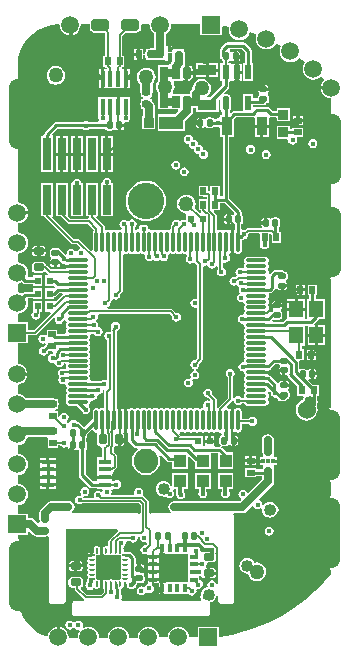
<source format=gbl>
G04 Layer_Physical_Order=6*
G04 Layer_Color=16711680*
%FSLAX44Y44*%
%MOMM*%
G71*
G01*
G75*
G04:AMPARAMS|DCode=12|XSize=0.508mm|YSize=0.6096mm|CornerRadius=0mm|HoleSize=0mm|Usage=FLASHONLY|Rotation=270.010|XOffset=0mm|YOffset=0mm|HoleType=Round|Shape=Rectangle|*
%AMROTATEDRECTD12*
4,1,4,-0.3048,0.2540,0.3048,0.2541,0.3048,-0.2540,-0.3048,-0.2541,-0.3048,0.2540,0.0*
%
%ADD12ROTATEDRECTD12*%

G04:AMPARAMS|DCode=13|XSize=0.508mm|YSize=0.6096mm|CornerRadius=0mm|HoleSize=0mm|Usage=FLASHONLY|Rotation=0.002|XOffset=0mm|YOffset=0mm|HoleType=Round|Shape=Rectangle|*
%AMROTATEDRECTD13*
4,1,4,-0.2540,-0.3048,-0.2540,0.3048,0.2540,0.3048,0.2540,-0.3048,-0.2540,-0.3048,0.0*
%
%ADD13ROTATEDRECTD13*%

G04:AMPARAMS|DCode=18|XSize=0.508mm|YSize=0.6096mm|CornerRadius=0.127mm|HoleSize=0mm|Usage=FLASHONLY|Rotation=180.002|XOffset=0mm|YOffset=0mm|HoleType=Round|Shape=RoundedRectangle|*
%AMROUNDEDRECTD18*
21,1,0.5080,0.3556,0,0,180.0*
21,1,0.2540,0.6096,0,0,180.0*
1,1,0.2540,-0.1270,0.1778*
1,1,0.2540,0.1270,0.1778*
1,1,0.2540,0.1270,-0.1778*
1,1,0.2540,-0.1270,-0.1778*
%
%ADD18ROUNDEDRECTD18*%
G04:AMPARAMS|DCode=21|XSize=0.508mm|YSize=0.6096mm|CornerRadius=0.127mm|HoleSize=0mm|Usage=FLASHONLY|Rotation=90.000|XOffset=0mm|YOffset=0mm|HoleType=Round|Shape=RoundedRectangle|*
%AMROUNDEDRECTD21*
21,1,0.5080,0.3556,0,0,90.0*
21,1,0.2540,0.6096,0,0,90.0*
1,1,0.2540,0.1778,0.1270*
1,1,0.2540,0.1778,-0.1270*
1,1,0.2540,-0.1778,-0.1270*
1,1,0.2540,-0.1778,0.1270*
%
%ADD21ROUNDEDRECTD21*%
G04:AMPARAMS|DCode=22|XSize=0.508mm|YSize=0.6096mm|CornerRadius=0.127mm|HoleSize=0mm|Usage=FLASHONLY|Rotation=180.000|XOffset=0mm|YOffset=0mm|HoleType=Round|Shape=RoundedRectangle|*
%AMROUNDEDRECTD22*
21,1,0.5080,0.3556,0,0,180.0*
21,1,0.2540,0.6096,0,0,180.0*
1,1,0.2540,-0.1270,0.1778*
1,1,0.2540,0.1270,0.1778*
1,1,0.2540,0.1270,-0.1778*
1,1,0.2540,-0.1270,-0.1778*
%
%ADD22ROUNDEDRECTD22*%
%ADD23C,0.3000*%
%ADD24C,1.0000*%
%ADD25C,0.2540*%
%ADD26C,0.1270*%
%ADD27C,0.7000*%
%ADD28C,1.5240*%
%ADD29O,1.5240X6.0000*%
%ADD30C,2.0860*%
%ADD31C,3.0861*%
%ADD32R,1.5000X1.5000*%
%ADD33C,1.5000*%
%ADD34R,1.5000X1.5000*%
%ADD35R,0.4064X0.4064*%
%ADD36R,0.4064X0.4064*%
G04:AMPARAMS|DCode=37|XSize=1.5mm|YSize=1mm|CornerRadius=0.25mm|HoleSize=0mm|Usage=FLASHONLY|Rotation=180.000|XOffset=0mm|YOffset=0mm|HoleType=Round|Shape=RoundedRectangle|*
%AMROUNDEDRECTD37*
21,1,1.5000,0.5000,0,0,180.0*
21,1,1.0000,1.0000,0,0,180.0*
1,1,0.5000,-0.5000,0.2500*
1,1,0.5000,0.5000,0.2500*
1,1,0.5000,0.5000,-0.2500*
1,1,0.5000,-0.5000,-0.2500*
%
%ADD37ROUNDEDRECTD37*%
%ADD38C,0.4500*%
%ADD39C,1.2700*%
G04:AMPARAMS|DCode=40|XSize=1.016mm|YSize=1.016mm|CornerRadius=0.508mm|HoleSize=0mm|Usage=FLASHONLY|Rotation=90.000|XOffset=0mm|YOffset=0mm|HoleType=Round|Shape=RoundedRectangle|*
%AMROUNDEDRECTD40*
21,1,1.0160,0.0000,0,0,90.0*
21,1,0.0000,1.0160,0,0,90.0*
1,1,1.0160,0.0000,0.0000*
1,1,1.0160,0.0000,0.0000*
1,1,1.0160,0.0000,0.0000*
1,1,1.0160,0.0000,0.0000*
%
%ADD40ROUNDEDRECTD40*%
G04:AMPARAMS|DCode=41|XSize=1.27mm|YSize=1.27mm|CornerRadius=0.635mm|HoleSize=0mm|Usage=FLASHONLY|Rotation=90.000|XOffset=0mm|YOffset=0mm|HoleType=Round|Shape=RoundedRectangle|*
%AMROUNDEDRECTD41*
21,1,1.2700,0.0000,0,0,90.0*
21,1,0.0000,1.2700,0,0,90.0*
1,1,1.2700,0.0000,0.0000*
1,1,1.2700,0.0000,0.0000*
1,1,1.2700,0.0000,0.0000*
1,1,1.2700,0.0000,0.0000*
%
%ADD41ROUNDEDRECTD41*%
%ADD42R,0.7366X2.7940*%
%ADD43R,0.7366X2.5000*%
G04:AMPARAMS|DCode=44|XSize=0.5588mm|YSize=1.2192mm|CornerRadius=0mm|HoleSize=0mm|Usage=FLASHONLY|Rotation=359.998|XOffset=0mm|YOffset=0mm|HoleType=Round|Shape=Rectangle|*
%AMROTATEDRECTD44*
4,1,4,-0.2794,-0.6096,-0.2794,0.6096,0.2794,0.6096,0.2794,-0.6096,-0.2794,-0.6096,0.0*
%
%ADD44ROTATEDRECTD44*%

G04:AMPARAMS|DCode=45|XSize=0.5588mm|YSize=1.2192mm|CornerRadius=0.1397mm|HoleSize=0mm|Usage=FLASHONLY|Rotation=359.998|XOffset=0mm|YOffset=0mm|HoleType=Round|Shape=RoundedRectangle|*
%AMROUNDEDRECTD45*
21,1,0.5588,0.9398,0,0,360.0*
21,1,0.2794,1.2192,0,0,360.0*
1,1,0.2794,0.1397,-0.4699*
1,1,0.2794,-0.1397,-0.4699*
1,1,0.2794,-0.1397,0.4699*
1,1,0.2794,0.1397,0.4699*
%
%ADD45ROUNDEDRECTD45*%
G04:AMPARAMS|DCode=46|XSize=0.6096mm|YSize=0.9144mm|CornerRadius=0.1524mm|HoleSize=0mm|Usage=FLASHONLY|Rotation=0.000|XOffset=0mm|YOffset=0mm|HoleType=Round|Shape=RoundedRectangle|*
%AMROUNDEDRECTD46*
21,1,0.6096,0.6096,0,0,0.0*
21,1,0.3048,0.9144,0,0,0.0*
1,1,0.3048,0.1524,-0.3048*
1,1,0.3048,-0.1524,-0.3048*
1,1,0.3048,-0.1524,0.3048*
1,1,0.3048,0.1524,0.3048*
%
%ADD46ROUNDEDRECTD46*%
G04:AMPARAMS|DCode=47|XSize=0.6096mm|YSize=0.9144mm|CornerRadius=0.1524mm|HoleSize=0mm|Usage=FLASHONLY|Rotation=90.000|XOffset=0mm|YOffset=0mm|HoleType=Round|Shape=RoundedRectangle|*
%AMROUNDEDRECTD47*
21,1,0.6096,0.6096,0,0,90.0*
21,1,0.3048,0.9144,0,0,90.0*
1,1,0.3048,0.3048,0.1524*
1,1,0.3048,0.3048,-0.1524*
1,1,0.3048,-0.3048,-0.1524*
1,1,0.3048,-0.3048,0.1524*
%
%ADD47ROUNDEDRECTD47*%
%ADD48R,0.5080X0.6096*%
G04:AMPARAMS|DCode=49|XSize=0.7112mm|YSize=1.016mm|CornerRadius=0mm|HoleSize=0mm|Usage=FLASHONLY|Rotation=359.990|XOffset=0mm|YOffset=0mm|HoleType=Round|Shape=Rectangle|*
%AMROTATEDRECTD49*
4,1,4,-0.3557,-0.5079,-0.3555,0.5081,0.3557,0.5079,0.3555,-0.5081,-0.3557,-0.5079,0.0*
%
%ADD49ROTATEDRECTD49*%

G04:AMPARAMS|DCode=50|XSize=0.7112mm|YSize=1.016mm|CornerRadius=0.1778mm|HoleSize=0mm|Usage=FLASHONLY|Rotation=359.990|XOffset=0mm|YOffset=0mm|HoleType=Round|Shape=RoundedRectangle|*
%AMROUNDEDRECTD50*
21,1,0.7112,0.6604,0,0,360.0*
21,1,0.3556,1.0160,0,0,360.0*
1,1,0.3556,0.1777,-0.3302*
1,1,0.3556,-0.1779,-0.3302*
1,1,0.3556,-0.1777,0.3302*
1,1,0.3556,0.1779,0.3302*
%
%ADD50ROUNDEDRECTD50*%
G04:AMPARAMS|DCode=51|XSize=0.6604mm|YSize=0.3048mm|CornerRadius=0mm|HoleSize=0mm|Usage=FLASHONLY|Rotation=179.998|XOffset=0mm|YOffset=0mm|HoleType=Round|Shape=Rectangle|*
%AMROTATEDRECTD51*
4,1,4,0.3302,0.1524,0.3302,-0.1524,-0.3302,-0.1524,-0.3302,0.1524,0.3302,0.1524,0.0*
%
%ADD51ROTATEDRECTD51*%

G04:AMPARAMS|DCode=52|XSize=0.6604mm|YSize=0.3048mm|CornerRadius=0mm|HoleSize=0mm|Usage=FLASHONLY|Rotation=89.998|XOffset=0mm|YOffset=0mm|HoleType=Round|Shape=Rectangle|*
%AMROTATEDRECTD52*
4,1,4,0.1524,-0.3302,-0.1524,-0.3302,-0.1524,0.3302,0.1524,0.3302,0.1524,-0.3302,0.0*
%
%ADD52ROTATEDRECTD52*%

%ADD53P,1.1495X4X405.0*%
G04:AMPARAMS|DCode=54|XSize=0.508mm|YSize=0.6096mm|CornerRadius=0mm|HoleSize=0mm|Usage=FLASHONLY|Rotation=269.990|XOffset=0mm|YOffset=0mm|HoleType=Round|Shape=Rectangle|*
%AMROTATEDRECTD54*
4,1,4,-0.3048,0.2541,0.3048,0.2540,0.3048,-0.2541,-0.3048,-0.2540,-0.3048,0.2541,0.0*
%
%ADD54ROTATEDRECTD54*%

%ADD55R,1.0414X0.4064*%
%ADD56R,0.6096X0.5080*%
%ADD57R,2.0066X1.1176*%
%ADD58R,1.2192X1.4224*%
%ADD59R,0.6096X0.6096*%
%ADD60R,0.4318X1.3208*%
%ADD61O,1.8000X0.3000*%
%ADD62O,0.3000X1.8000*%
%ADD63R,1.6002X0.9144*%
%ADD64R,0.9144X1.6002*%
G04:AMPARAMS|DCode=65|XSize=0.4572mm|YSize=0.2286mm|CornerRadius=0.08mm|HoleSize=0mm|Usage=FLASHONLY|Rotation=270.000|XOffset=0mm|YOffset=0mm|HoleType=Round|Shape=RoundedRectangle|*
%AMROUNDEDRECTD65*
21,1,0.4572,0.0686,0,0,270.0*
21,1,0.2972,0.2286,0,0,270.0*
1,1,0.1600,-0.0343,-0.1486*
1,1,0.1600,-0.0343,0.1486*
1,1,0.1600,0.0343,0.1486*
1,1,0.1600,0.0343,-0.1486*
%
%ADD65ROUNDEDRECTD65*%
G04:AMPARAMS|DCode=66|XSize=0.4572mm|YSize=0.2286mm|CornerRadius=0.0572mm|HoleSize=0mm|Usage=FLASHONLY|Rotation=270.000|XOffset=0mm|YOffset=0mm|HoleType=Round|Shape=RoundedRectangle|*
%AMROUNDEDRECTD66*
21,1,0.4572,0.1143,0,0,270.0*
21,1,0.3429,0.2286,0,0,270.0*
1,1,0.1143,-0.0572,-0.1714*
1,1,0.1143,-0.0572,0.1714*
1,1,0.1143,0.0572,0.1714*
1,1,0.1143,0.0572,-0.1714*
%
%ADD66ROUNDEDRECTD66*%
G04:AMPARAMS|DCode=67|XSize=0.4572mm|YSize=0.2286mm|CornerRadius=0.08mm|HoleSize=0mm|Usage=FLASHONLY|Rotation=180.000|XOffset=0mm|YOffset=0mm|HoleType=Round|Shape=RoundedRectangle|*
%AMROUNDEDRECTD67*
21,1,0.4572,0.0686,0,0,180.0*
21,1,0.2972,0.2286,0,0,180.0*
1,1,0.1600,-0.1486,0.0343*
1,1,0.1600,0.1486,0.0343*
1,1,0.1600,0.1486,-0.0343*
1,1,0.1600,-0.1486,-0.0343*
%
%ADD67ROUNDEDRECTD67*%
G04:AMPARAMS|DCode=68|XSize=0.4572mm|YSize=0.2286mm|CornerRadius=0.0572mm|HoleSize=0mm|Usage=FLASHONLY|Rotation=180.000|XOffset=0mm|YOffset=0mm|HoleType=Round|Shape=RoundedRectangle|*
%AMROUNDEDRECTD68*
21,1,0.4572,0.1143,0,0,180.0*
21,1,0.3429,0.2286,0,0,180.0*
1,1,0.1143,-0.1714,0.0572*
1,1,0.1143,0.1714,0.0572*
1,1,0.1143,0.1714,-0.0572*
1,1,0.1143,-0.1714,-0.0572*
%
%ADD68ROUNDEDRECTD68*%
%ADD69R,1.0160X1.1176*%
%ADD70R,0.6096X0.6096*%
G04:AMPARAMS|DCode=71|XSize=0.508mm|YSize=0.6096mm|CornerRadius=0.127mm|HoleSize=0mm|Usage=FLASHONLY|Rotation=89.990|XOffset=0mm|YOffset=0mm|HoleType=Round|Shape=RoundedRectangle|*
%AMROUNDEDRECTD71*
21,1,0.5080,0.3556,0,0,90.0*
21,1,0.2540,0.6096,0,0,90.0*
1,1,0.2540,0.1778,0.1270*
1,1,0.2540,0.1778,-0.1270*
1,1,0.2540,-0.1778,-0.1270*
1,1,0.2540,-0.1778,0.1270*
%
%ADD71ROUNDEDRECTD71*%
G04:AMPARAMS|DCode=72|XSize=0.508mm|YSize=0.6096mm|CornerRadius=0.127mm|HoleSize=0mm|Usage=FLASHONLY|Rotation=89.982|XOffset=0mm|YOffset=0mm|HoleType=Round|Shape=RoundedRectangle|*
%AMROUNDEDRECTD72*
21,1,0.5080,0.3556,0,0,90.0*
21,1,0.2540,0.6096,0,0,90.0*
1,1,0.2540,0.1778,0.1269*
1,1,0.2540,0.1778,-0.1271*
1,1,0.2540,-0.1778,-0.1269*
1,1,0.2540,-0.1778,0.1271*
%
%ADD72ROUNDEDRECTD72*%
G04:AMPARAMS|DCode=73|XSize=0.508mm|YSize=0.6096mm|CornerRadius=0.127mm|HoleSize=0mm|Usage=FLASHONLY|Rotation=179.990|XOffset=0mm|YOffset=0mm|HoleType=Round|Shape=RoundedRectangle|*
%AMROUNDEDRECTD73*
21,1,0.5080,0.3556,0,0,180.0*
21,1,0.2540,0.6096,0,0,180.0*
1,1,0.2540,-0.1270,0.1778*
1,1,0.2540,0.1270,0.1778*
1,1,0.2540,0.1270,-0.1778*
1,1,0.2540,-0.1270,-0.1778*
%
%ADD73ROUNDEDRECTD73*%
G04:AMPARAMS|DCode=74|XSize=0.508mm|YSize=0.6096mm|CornerRadius=0.127mm|HoleSize=0mm|Usage=FLASHONLY|Rotation=179.998|XOffset=0mm|YOffset=0mm|HoleType=Round|Shape=RoundedRectangle|*
%AMROUNDEDRECTD74*
21,1,0.5080,0.3556,0,0,180.0*
21,1,0.2540,0.6096,0,0,180.0*
1,1,0.2540,-0.1270,0.1778*
1,1,0.2540,0.1270,0.1778*
1,1,0.2540,0.1270,-0.1778*
1,1,0.2540,-0.1270,-0.1778*
%
%ADD74ROUNDEDRECTD74*%
G36*
X2492408Y627746D02*
X2492235Y626872D01*
X2492526Y625409D01*
X2493354Y624168D01*
X2494595Y623340D01*
X2496058Y623049D01*
X2497521Y623340D01*
X2498762Y624168D01*
X2499590Y625409D01*
X2499765Y626289D01*
X2500260Y626549D01*
X2501654Y625903D01*
X2501672Y625813D01*
X2502335Y624821D01*
X2501941Y623557D01*
X2501672Y623155D01*
X2501439Y621984D01*
X2501672Y620814D01*
X2502335Y619821D01*
X2501941Y618557D01*
X2501672Y618155D01*
X2501439Y616984D01*
X2501619Y616078D01*
X2501135Y615183D01*
X2500816Y614808D01*
X2494510D01*
Y618212D01*
X2485414D01*
Y613923D01*
X2484144Y613244D01*
X2483551Y613640D01*
X2482088Y613931D01*
X2480625Y613640D01*
X2479384Y612812D01*
X2478556Y611571D01*
X2478265Y610108D01*
X2478556Y608645D01*
X2479384Y607404D01*
X2480625Y606576D01*
X2482088Y606285D01*
X2483551Y606576D01*
X2483962Y606850D01*
X2484771Y605863D01*
X2482637Y603729D01*
X2481387Y603480D01*
X2480146Y602652D01*
X2479318Y601411D01*
X2479027Y599948D01*
X2479318Y598485D01*
X2480146Y597244D01*
X2481387Y596416D01*
X2482850Y596125D01*
X2484313Y596416D01*
X2485554Y597244D01*
X2486382Y598485D01*
X2486631Y599735D01*
X2486948Y600052D01*
X2489977D01*
X2491019Y598782D01*
X2491008Y598725D01*
X2490370Y597656D01*
X2489007Y597384D01*
X2487766Y596556D01*
X2486938Y595315D01*
X2486647Y593852D01*
X2486938Y592389D01*
X2487766Y591148D01*
X2489007Y590320D01*
X2490470Y590029D01*
X2491312Y590196D01*
X2491982Y590253D01*
X2492687Y589296D01*
X2492780Y588833D01*
X2493608Y587592D01*
X2494849Y586764D01*
X2496312Y586473D01*
X2497775Y586764D01*
X2499016Y587592D01*
X2499844Y588833D01*
X2500038Y589807D01*
X2501249D01*
X2501928Y588537D01*
X2501672Y588155D01*
X2501439Y586984D01*
X2501672Y585813D01*
X2501672Y585813D01*
X2500757Y584897D01*
X2500315Y585192D01*
X2498852Y585483D01*
X2497389Y585192D01*
X2496148Y584364D01*
X2495320Y583123D01*
X2495029Y581660D01*
X2495320Y580197D01*
X2496148Y578956D01*
X2495675Y577817D01*
X2495509Y576984D01*
X2495537Y576844D01*
X2495283Y575564D01*
X2495574Y574101D01*
X2496402Y572860D01*
X2497643Y572032D01*
X2499106Y571741D01*
X2500246Y571967D01*
X2500641Y571973D01*
X2501597Y571191D01*
X2501672Y570813D01*
X2502335Y569821D01*
Y569147D01*
X2502335Y569147D01*
X2501672Y568155D01*
X2501439Y566984D01*
X2501672Y565813D01*
X2502335Y564821D01*
X2501941Y563557D01*
X2501672Y563155D01*
X2501439Y561984D01*
X2501672Y560814D01*
X2501941Y560411D01*
X2502230Y559484D01*
X2501941Y558557D01*
X2501672Y558155D01*
X2501439Y556984D01*
X2501672Y555813D01*
X2502335Y554821D01*
X2503327Y554158D01*
X2504498Y553925D01*
X2511062D01*
X2514783Y550205D01*
X2515031Y548955D01*
X2515860Y547714D01*
X2517101Y546886D01*
X2518564Y546595D01*
X2520027Y546886D01*
X2521267Y547714D01*
X2522096Y548955D01*
X2522387Y550418D01*
X2522096Y551881D01*
X2521291Y553086D01*
X2521268Y553135D01*
X2521335Y554604D01*
X2521661Y554821D01*
X2522324Y555813D01*
X2522557Y556984D01*
X2522539Y557071D01*
X2523620Y558150D01*
X2524252Y558025D01*
X2525715Y558316D01*
X2526956Y559144D01*
X2527784Y560385D01*
X2528075Y561848D01*
X2528032Y562068D01*
X2529112Y563148D01*
X2529332Y563105D01*
X2530795Y563396D01*
X2532036Y564224D01*
X2532864Y565465D01*
X2533155Y566928D01*
X2533815Y567058D01*
X2533869Y566987D01*
X2534364Y565891D01*
X2534267Y565404D01*
Y552821D01*
X2532997Y551943D01*
X2532498Y552043D01*
X2531327Y551810D01*
X2530925Y551541D01*
X2529998Y551252D01*
X2529071Y551541D01*
X2528668Y551810D01*
X2527498Y552043D01*
X2526327Y551810D01*
X2525335Y551147D01*
X2524672Y550155D01*
X2524439Y548984D01*
Y542674D01*
X2517261Y535495D01*
X2513041Y539715D01*
X2512125Y540327D01*
X2511044Y540542D01*
X2511044Y540542D01*
X2510773D01*
X2509713Y541250D01*
X2508250Y541541D01*
X2506787Y541250D01*
X2505546Y540422D01*
X2504718Y539181D01*
X2504705Y539120D01*
X2503533Y538820D01*
X2502567Y539657D01*
Y541022D01*
X2503080Y541364D01*
X2503908Y542605D01*
X2504199Y544068D01*
X2503908Y545531D01*
X2503080Y546772D01*
X2501839Y547600D01*
X2500376Y547891D01*
X2498913Y547600D01*
X2497672Y546772D01*
X2496844Y545531D01*
X2496786Y545242D01*
X2495366Y544613D01*
X2495272Y544669D01*
Y548950D01*
X2492498D01*
X2492373Y550220D01*
X2492675Y550280D01*
X2493678Y550950D01*
X2495272D01*
Y552797D01*
X2495434Y553039D01*
X2495822Y554990D01*
X2495434Y556941D01*
X2495272Y557183D01*
Y559030D01*
X2493678D01*
X2492675Y559700D01*
X2490724Y560088D01*
X2467930D01*
X2466917Y561409D01*
X2465037Y562851D01*
X2462847Y563758D01*
X2461044Y563996D01*
Y571616D01*
X2462787Y571846D01*
X2464921Y572729D01*
X2466753Y574135D01*
X2468159Y575967D01*
X2469042Y578101D01*
X2469176Y579120D01*
X2460498D01*
Y581660D01*
X2469176D01*
X2469042Y582679D01*
X2468159Y584813D01*
X2466753Y586645D01*
X2464921Y588051D01*
X2462787Y588934D01*
X2461044Y589164D01*
Y606442D01*
X2469752D01*
Y613265D01*
X2475230D01*
X2476063Y613431D01*
X2476769Y613903D01*
X2491238Y628371D01*
X2492408Y627746D01*
D02*
G37*
G36*
X2615540Y876530D02*
Y867462D01*
X2633540D01*
Y874411D01*
X2634490Y875253D01*
X2636631Y874993D01*
X2639713Y874354D01*
X2639472Y872523D01*
X2639781Y870173D01*
X2640688Y867984D01*
X2642130Y866104D01*
X2644010Y864661D01*
X2646200Y863754D01*
X2648549Y863445D01*
X2650899Y863754D01*
X2653088Y864661D01*
X2654968Y866104D01*
X2656411Y867984D01*
X2657227Y869954D01*
X2660205Y869073D01*
X2662282Y868264D01*
X2662781Y867096D01*
X2662749Y867018D01*
X2662439Y864668D01*
X2662749Y862319D01*
X2663655Y860129D01*
X2665098Y858249D01*
X2666978Y856807D01*
X2669167Y855900D01*
X2671517Y855591D01*
X2673866Y855900D01*
X2676056Y856807D01*
X2677936Y858249D01*
X2679378Y860129D01*
X2680178Y860432D01*
X2682411Y859339D01*
X2683994Y858402D01*
X2684019Y858271D01*
X2683112Y856082D01*
X2682803Y853732D01*
X2683112Y851383D01*
X2684019Y849194D01*
X2685462Y847314D01*
X2687342Y845871D01*
X2689531Y844964D01*
X2691880Y844655D01*
X2694230Y844964D01*
X2696419Y845871D01*
X2698299Y847314D01*
X2699245Y848546D01*
X2701870Y846697D01*
X2704272Y844688D01*
X2703321Y843449D01*
X2702414Y841260D01*
X2702105Y838910D01*
X2702414Y836561D01*
X2703321Y834371D01*
X2704763Y832491D01*
X2706644Y831049D01*
X2708833Y830142D01*
X2711182Y829832D01*
X2713532Y830142D01*
X2715721Y831049D01*
X2717601Y832491D01*
X2717717Y832499D01*
X2718977Y831262D01*
X2720046Y830043D01*
X2719967Y829247D01*
X2718562Y827415D01*
X2717678Y825282D01*
X2717544Y824262D01*
X2726222D01*
Y821722D01*
X2717544D01*
X2717678Y820703D01*
X2718562Y818569D01*
X2719967Y816737D01*
X2721799Y815332D01*
X2723933Y814448D01*
X2726222Y814147D01*
Y802683D01*
X2724369Y802439D01*
X2722207Y801543D01*
X2720350Y800118D01*
X2718925Y798261D01*
X2718029Y796099D01*
X2717723Y793778D01*
Y772668D01*
X2726690D01*
Y770128D01*
X2717723D01*
Y749018D01*
X2718029Y746697D01*
X2718925Y744535D01*
X2720350Y742678D01*
X2722207Y741253D01*
X2724369Y740357D01*
X2726222Y740113D01*
Y723656D01*
X2724623Y723445D01*
X2722461Y722549D01*
X2720604Y721124D01*
X2719178Y719267D01*
X2718283Y717105D01*
X2717977Y714784D01*
Y693674D01*
X2726944D01*
Y691134D01*
X2717977D01*
Y670024D01*
X2718283Y667703D01*
X2719178Y665541D01*
X2720604Y663684D01*
X2722461Y662259D01*
X2724623Y661363D01*
X2726222Y661152D01*
Y551828D01*
X2726182Y551793D01*
X2723861Y551487D01*
X2721699Y550591D01*
X2719842Y549166D01*
X2718417Y547309D01*
X2717521Y545147D01*
X2717215Y542826D01*
Y521716D01*
X2726182D01*
Y519176D01*
X2717215D01*
Y498066D01*
X2717521Y495745D01*
X2718417Y493583D01*
X2719842Y491726D01*
X2721699Y490301D01*
X2723861Y489405D01*
X2726182Y489099D01*
X2726222Y489064D01*
Y477660D01*
X2726182Y477625D01*
X2723861Y477319D01*
X2721699Y476423D01*
X2719842Y474998D01*
X2718417Y473141D01*
X2717521Y470979D01*
X2717215Y468658D01*
Y447548D01*
X2726182D01*
Y445008D01*
X2717215D01*
Y423898D01*
X2717521Y421577D01*
X2718417Y419415D01*
X2719842Y417558D01*
X2721699Y416133D01*
X2723861Y415237D01*
X2726182Y414931D01*
X2726222Y414896D01*
Y410992D01*
X2725694Y410464D01*
X2720537Y404343D01*
X2712834Y396551D01*
X2704538Y389333D01*
X2694724Y382073D01*
X2684397Y375688D01*
X2674653Y370683D01*
X2663461Y366014D01*
X2653063Y362618D01*
X2642348Y359994D01*
X2632263Y358354D01*
X2631296Y359177D01*
Y366632D01*
X2613296D01*
Y357901D01*
X2605946Y357842D01*
X2605664Y359981D01*
X2604757Y362171D01*
X2603315Y364051D01*
X2601435Y365494D01*
X2599246Y366400D01*
X2596896Y366710D01*
X2594547Y366400D01*
X2592357Y365494D01*
X2590477Y364051D01*
X2589034Y362171D01*
X2588128Y359981D01*
X2587827Y357698D01*
X2580573Y357640D01*
X2580264Y359981D01*
X2579358Y362171D01*
X2577915Y364051D01*
X2576035Y365494D01*
X2573846Y366400D01*
X2571496Y366710D01*
X2569146Y366400D01*
X2566957Y365494D01*
X2565077Y364051D01*
X2563635Y362171D01*
X2562728Y359981D01*
X2562419Y357632D01*
X2562298Y357494D01*
X2555345Y357438D01*
X2555174Y357632D01*
X2554864Y359981D01*
X2553958Y362171D01*
X2552515Y364051D01*
X2550635Y365494D01*
X2548445Y366400D01*
X2546096Y366710D01*
X2543746Y366400D01*
X2541557Y365494D01*
X2539677Y364051D01*
X2538235Y362171D01*
X2537328Y359981D01*
X2537018Y357632D01*
X2536720Y357289D01*
X2530123Y357237D01*
X2529774Y357632D01*
X2529464Y359981D01*
X2528557Y362171D01*
X2527115Y364051D01*
X2525235Y365494D01*
X2523046Y366400D01*
X2520696Y366710D01*
X2518347Y366400D01*
X2516941Y365818D01*
X2516850Y365860D01*
X2515935Y366776D01*
X2516137Y367792D01*
X2515846Y369255D01*
X2515018Y370496D01*
X2513777Y371324D01*
X2512314Y371615D01*
X2510851Y371324D01*
X2509610Y370496D01*
X2509480Y370300D01*
X2507952D01*
X2507652Y370750D01*
X2506411Y371578D01*
X2504948Y371869D01*
X2503485Y371578D01*
X2502244Y370750D01*
X2501416Y369509D01*
X2501125Y368046D01*
X2501416Y366583D01*
X2502244Y365342D01*
X2503485Y364514D01*
X2504948Y364223D01*
X2506411Y364514D01*
X2507652Y365342D01*
X2507782Y365538D01*
X2509310D01*
X2509610Y365088D01*
X2510851Y364260D01*
X2512314Y363969D01*
X2512667Y364039D01*
X2513384Y362886D01*
X2512834Y362171D01*
X2511928Y359981D01*
X2511618Y357632D01*
X2511143Y357085D01*
X2504671Y357033D01*
X2504142Y357632D01*
X2503840Y359921D01*
X2502957Y362055D01*
X2501551Y363887D01*
X2499719Y365293D01*
X2497585Y366176D01*
X2496566Y366311D01*
Y357632D01*
X2494026D01*
Y366311D01*
X2493007Y366176D01*
X2490873Y365293D01*
X2489041Y363887D01*
X2487635Y362055D01*
X2486752Y359921D01*
X2486684Y359404D01*
X2485628Y358699D01*
X2484074Y359115D01*
X2478544Y361693D01*
X2473547Y365193D01*
X2469233Y369507D01*
X2465733Y374504D01*
X2464207Y377778D01*
X2464667Y378962D01*
X2465489Y379303D01*
X2467346Y380728D01*
X2468771Y382585D01*
X2469667Y384747D01*
X2469973Y387068D01*
Y408178D01*
X2461006D01*
Y410718D01*
X2469973D01*
Y431828D01*
X2469667Y434149D01*
X2468771Y436311D01*
X2467346Y438168D01*
X2465489Y439593D01*
X2463327Y440489D01*
X2461044Y440790D01*
Y444390D01*
X2469498D01*
Y446951D01*
X2470671Y447437D01*
X2473911Y444197D01*
X2475565Y443092D01*
X2477516Y442704D01*
X2484120D01*
X2486071Y443092D01*
X2486560Y443419D01*
X2487830Y442783D01*
Y387604D01*
X2488306Y386456D01*
X2489454Y385980D01*
X2499614D01*
X2500762Y386456D01*
X2501270Y386964D01*
X2501746Y388112D01*
Y448972D01*
X2545278D01*
X2545606Y448429D01*
X2545753Y447702D01*
X2538429Y440378D01*
X2537957Y439672D01*
X2537791Y438839D01*
Y435797D01*
X2536521Y434862D01*
X2536508Y434865D01*
X2535365D01*
X2534556Y434704D01*
X2533871Y434246D01*
X2533603Y434193D01*
X2533162Y434487D01*
X2533142Y434491D01*
Y431038D01*
Y427585D01*
X2533162Y427589D01*
X2533603Y427883D01*
X2533871Y427830D01*
X2534556Y427372D01*
X2535365Y427211D01*
X2536508D01*
X2537316Y427372D01*
X2537952Y427797D01*
X2538588Y427372D01*
X2539397Y427211D01*
X2540540D01*
X2541348Y427372D01*
X2541968Y427787D01*
X2542588Y427372D01*
X2543396Y427211D01*
X2544539D01*
X2545348Y427372D01*
X2546033Y427830D01*
X2546056Y427835D01*
X2546728Y427385D01*
X2547625Y427207D01*
X2548137D01*
Y426631D01*
X2548315Y425734D01*
X2548774Y425047D01*
X2548760Y424975D01*
X2548302Y424290D01*
X2548141Y423481D01*
Y422338D01*
X2548302Y421530D01*
X2548738Y420878D01*
X2548302Y420226D01*
X2548141Y419417D01*
Y418274D01*
X2548302Y417466D01*
X2548727Y416830D01*
X2548302Y416194D01*
X2548141Y415386D01*
Y414243D01*
X2548302Y413434D01*
X2548717Y412814D01*
X2548302Y412194D01*
X2548141Y411385D01*
Y410243D01*
X2548302Y409434D01*
X2548717Y408814D01*
X2548302Y408194D01*
X2548141Y407385D01*
Y406641D01*
X2547397D01*
X2546588Y406480D01*
X2545968Y406065D01*
X2545348Y406480D01*
X2544539Y406641D01*
X2543396D01*
X2542588Y406480D01*
X2541968Y406065D01*
X2541348Y406480D01*
X2540540Y406641D01*
X2539397D01*
X2538588Y406480D01*
X2537952Y406055D01*
X2537316Y406480D01*
X2536508Y406641D01*
X2535365D01*
X2534556Y406480D01*
X2533871Y406022D01*
X2533603Y405969D01*
X2533162Y406263D01*
X2533142Y406267D01*
Y402814D01*
Y398779D01*
X2533759Y398353D01*
Y396380D01*
X2531224Y393845D01*
X2519312D01*
X2514531Y398626D01*
X2514485Y398828D01*
X2514761Y400191D01*
X2515256Y400522D01*
X2515924Y401522D01*
X2516159Y402702D01*
Y405750D01*
X2515924Y406930D01*
X2515256Y407930D01*
X2514256Y408599D01*
X2513076Y408833D01*
X2506980D01*
X2505800Y408599D01*
X2504800Y407930D01*
X2504131Y406930D01*
X2503897Y405750D01*
Y402702D01*
X2504131Y401522D01*
X2504800Y400522D01*
X2505800Y399854D01*
X2506980Y399619D01*
X2509263D01*
Y398638D01*
X2509429Y397805D01*
X2509901Y397099D01*
X2516871Y390129D01*
X2517079Y389990D01*
X2517005Y389304D01*
X2516694Y388720D01*
X2508758D01*
X2507610Y388244D01*
X2507356Y387990D01*
X2506880Y386842D01*
Y377444D01*
X2507356Y376296D01*
X2508504Y375820D01*
X2622042D01*
X2623190Y376296D01*
X2623665Y377444D01*
Y387096D01*
X2623737Y387220D01*
X2624268Y387289D01*
X2625869Y387952D01*
X2627243Y389007D01*
X2628298Y390382D01*
X2628961Y391982D01*
X2629054Y392695D01*
X2630324Y392611D01*
Y389128D01*
X2630800Y387980D01*
X2632070Y386710D01*
X2633218Y386234D01*
X2642616D01*
X2643764Y386710D01*
X2644240Y387858D01*
Y459994D01*
X2643764Y461142D01*
X2643406Y461500D01*
X2643932Y462770D01*
X2651252D01*
X2653203Y463158D01*
X2654857Y464263D01*
X2659284Y468691D01*
X2660676Y468286D01*
X2661341Y467289D01*
X2662582Y466461D01*
X2664045Y466170D01*
X2665508Y466461D01*
X2666666Y467234D01*
X2667037Y467136D01*
X2667875Y466689D01*
X2667729Y465582D01*
X2667955Y463864D01*
X2668618Y462264D01*
X2669673Y460889D01*
X2671048Y459834D01*
X2672648Y459171D01*
X2674366Y458945D01*
X2676084Y459171D01*
X2677684Y459834D01*
X2679059Y460889D01*
X2680114Y462264D01*
X2680318Y462757D01*
X2680880Y463132D01*
X2681708Y464373D01*
X2682000Y465836D01*
X2681708Y467299D01*
X2680880Y468540D01*
X2679876Y469210D01*
X2679059Y470275D01*
X2677684Y471330D01*
X2676084Y471993D01*
X2674366Y472219D01*
X2672648Y471993D01*
X2671048Y471330D01*
X2669673Y470275D01*
X2669061Y469477D01*
X2667917Y469972D01*
X2667866Y470006D01*
X2667578Y471456D01*
X2666749Y472697D01*
X2665752Y473362D01*
X2665347Y474754D01*
X2676701Y486107D01*
X2677806Y487761D01*
X2678194Y489712D01*
Y498602D01*
X2677806Y500553D01*
X2677644Y500795D01*
Y503150D01*
X2678799Y503428D01*
X2680398D01*
Y505460D01*
X2677096D01*
Y508000D01*
X2680398D01*
Y510032D01*
X2678852D01*
X2677644Y510182D01*
Y512537D01*
X2677806Y512779D01*
X2678194Y514730D01*
Y524002D01*
X2677806Y525953D01*
X2676701Y527607D01*
X2676193Y528115D01*
X2674539Y529220D01*
X2672588Y529608D01*
X2670637Y529220D01*
X2668983Y528115D01*
X2667878Y526461D01*
X2667490Y524510D01*
X2667878Y522559D01*
X2667998Y522380D01*
Y514730D01*
X2668386Y512779D01*
X2668548Y512537D01*
Y510182D01*
X2667340Y510032D01*
X2665730D01*
Y508000D01*
X2669032D01*
Y505460D01*
X2665730D01*
Y503428D01*
X2667393D01*
X2668548Y503150D01*
Y500795D01*
X2668386Y500553D01*
X2668273Y499982D01*
X2662658D01*
Y501198D01*
X2653562D01*
Y493118D01*
X2662658D01*
Y494334D01*
X2667998D01*
Y491824D01*
X2656267Y480092D01*
X2654875Y480497D01*
X2654210Y481494D01*
X2652969Y482322D01*
X2651506Y482613D01*
X2650043Y482322D01*
X2648802Y481494D01*
X2647974Y480253D01*
X2647682Y478790D01*
X2647974Y477327D01*
X2648802Y476086D01*
X2649799Y475421D01*
X2650204Y474029D01*
X2649140Y472966D01*
X2593594D01*
X2591643Y472578D01*
X2589989Y471473D01*
X2588884Y469819D01*
X2588496Y467868D01*
X2588884Y465917D01*
X2589989Y464263D01*
X2590527Y463904D01*
X2590142Y462634D01*
X2573782D01*
X2573419Y462483D01*
X2572149Y463332D01*
Y471932D01*
X2571983Y472765D01*
X2571511Y473471D01*
X2567471Y477511D01*
X2566765Y477983D01*
X2566530Y478550D01*
X2566900Y479105D01*
X2567191Y480568D01*
X2566900Y482031D01*
X2566071Y483272D01*
X2564831Y484100D01*
X2563368Y484391D01*
X2561905Y484100D01*
X2560664Y483272D01*
X2559836Y482031D01*
X2559545Y480568D01*
X2559773Y479419D01*
X2559063Y478149D01*
X2541003D01*
X2540293Y479419D01*
X2540521Y480568D01*
X2540230Y482031D01*
X2540454Y482440D01*
X2541373Y483288D01*
D01*
X2542643Y483697D01*
X2543109Y483386D01*
X2544572Y483095D01*
X2546035Y483386D01*
X2547276Y484214D01*
X2548104Y485455D01*
X2548395Y486918D01*
X2548104Y488381D01*
X2547276Y489622D01*
X2546035Y490450D01*
X2544572Y490741D01*
X2543109Y490450D01*
X2542643Y490139D01*
X2541579Y490317D01*
X2541143Y490648D01*
Y492050D01*
X2534666D01*
X2528189D01*
Y490352D01*
X2527959D01*
Y489644D01*
X2524758D01*
X2518376Y496026D01*
Y516121D01*
X2518819Y516417D01*
X2519431Y517333D01*
X2519646Y518414D01*
Y521970D01*
X2519431Y523051D01*
X2518819Y523967D01*
X2518630Y524093D01*
Y526281D01*
X2519073Y526577D01*
X2519685Y527493D01*
X2519900Y528574D01*
Y530146D01*
X2523243Y533489D01*
X2524621Y533071D01*
X2524672Y532814D01*
X2525335Y531821D01*
X2526327Y531158D01*
X2527498Y530925D01*
X2527845Y530994D01*
X2528608Y529851D01*
X2528374Y529500D01*
X2528139Y528320D01*
Y522224D01*
X2528374Y521044D01*
X2529042Y520044D01*
X2530042Y519376D01*
X2531222Y519141D01*
X2531682D01*
X2532533Y517871D01*
X2532489Y517652D01*
Y510008D01*
X2527959D01*
Y502944D01*
X2527959D01*
Y496340D01*
X2528189D01*
Y494590D01*
X2534666D01*
X2541143D01*
Y496340D01*
X2541373D01*
Y497831D01*
X2541525Y497861D01*
X2542231Y498333D01*
X2544587Y500689D01*
X2545059Y501395D01*
X2545225Y502228D01*
Y510794D01*
X2545059Y511627D01*
X2544587Y512333D01*
X2542431Y514490D01*
Y518310D01*
X2542710Y518728D01*
X2542760Y518981D01*
X2543948Y519588D01*
X2544132Y519592D01*
X2545222Y519375D01*
X2545476D01*
Y525272D01*
X2546746D01*
Y526542D01*
X2551119D01*
Y528320D01*
X2550902Y529410D01*
X2550284Y530335D01*
X2550205Y531082D01*
X2550852Y531748D01*
X2550861Y531746D01*
X2551228Y531501D01*
Y541484D01*
Y551467D01*
X2550501Y550981D01*
X2549134Y551222D01*
X2548768Y551467D01*
Y541484D01*
X2546228D01*
Y551467D01*
X2546052Y551350D01*
X2545856Y551318D01*
X2544675Y551857D01*
Y617124D01*
X2545273Y617244D01*
X2546514Y618072D01*
X2547342Y619313D01*
X2547633Y620776D01*
X2547342Y622239D01*
X2546514Y623480D01*
X2545273Y624308D01*
X2543810Y624599D01*
X2542347Y624308D01*
X2541106Y623480D01*
X2540278Y622239D01*
X2539987Y620776D01*
X2540278Y619313D01*
X2540400Y619129D01*
X2540021Y618561D01*
X2539855Y617728D01*
X2539945Y617274D01*
X2539910Y617200D01*
X2539170Y616405D01*
X2538948Y616277D01*
X2537968Y616471D01*
X2536505Y616180D01*
X2535264Y615352D01*
X2534436Y614111D01*
X2534145Y612648D01*
X2534436Y611185D01*
X2535264Y609944D01*
X2536505Y609116D01*
X2536596Y609097D01*
Y576430D01*
X2535326Y575621D01*
X2534388Y575807D01*
X2532925Y575516D01*
X2531865Y574808D01*
X2523180D01*
X2522861Y575183D01*
X2522376Y576078D01*
X2522556Y576984D01*
X2522324Y578154D01*
X2521661Y579147D01*
X2521661Y579147D01*
Y579821D01*
X2522324Y580813D01*
X2522556Y581984D01*
X2522324Y583154D01*
X2521969Y583686D01*
X2521661Y584821D01*
X2522324Y585813D01*
X2522557Y586984D01*
X2522324Y588155D01*
X2521661Y589147D01*
X2521969Y590282D01*
X2522324Y590813D01*
X2522556Y591984D01*
X2522324Y593154D01*
X2521661Y594147D01*
X2522055Y595411D01*
X2522324Y595813D01*
X2522556Y596984D01*
X2522324Y598154D01*
X2521661Y599147D01*
Y599821D01*
X2521661Y599821D01*
X2522324Y600813D01*
X2522556Y601984D01*
X2522324Y603154D01*
X2522055Y603557D01*
X2521661Y604821D01*
X2522324Y605813D01*
X2522556Y606984D01*
X2522324Y608154D01*
X2521661Y609147D01*
Y609821D01*
X2522324Y610814D01*
X2522556Y611984D01*
X2522324Y613155D01*
X2522068Y613537D01*
X2522747Y614807D01*
X2525671D01*
X2526374Y613754D01*
X2527615Y612926D01*
X2529078Y612635D01*
X2530541Y612926D01*
X2531782Y613754D01*
X2532610Y614995D01*
X2532901Y616458D01*
X2532610Y617921D01*
X2531782Y619162D01*
X2530541Y619990D01*
X2529078Y620281D01*
X2529031Y621487D01*
X2529091Y621792D01*
X2528800Y623255D01*
X2527972Y624496D01*
X2527522Y624796D01*
Y626324D01*
X2527718Y626454D01*
X2528546Y627695D01*
X2528837Y629158D01*
X2528651Y630096D01*
X2529460Y631366D01*
X2589577D01*
X2591672Y629271D01*
X2591548Y628650D01*
X2591840Y627187D01*
X2592668Y625946D01*
X2593909Y625118D01*
X2595372Y624827D01*
X2596835Y625118D01*
X2598076Y625946D01*
X2598904Y627187D01*
X2599195Y628650D01*
X2598904Y630113D01*
X2598076Y631354D01*
X2596835Y632182D01*
X2595372Y632473D01*
X2594751Y632350D01*
X2592018Y635082D01*
X2591312Y635554D01*
X2590479Y635720D01*
X2537213D01*
X2536919Y636990D01*
X2537878Y637630D01*
X2538706Y638871D01*
X2538997Y640334D01*
X2538874Y640955D01*
X2539828Y641910D01*
X2540300Y642616D01*
X2540466Y643449D01*
Y643643D01*
X2541736Y644322D01*
X2542347Y643914D01*
X2543810Y643623D01*
X2545273Y643914D01*
X2546514Y644742D01*
X2547342Y645983D01*
X2547633Y647446D01*
X2547510Y648067D01*
X2549037Y649594D01*
X2549509Y650301D01*
X2549675Y651134D01*
Y681735D01*
X2550945Y682414D01*
X2551327Y682158D01*
X2552498Y681925D01*
X2553668Y682158D01*
X2554661Y682821D01*
X2555335D01*
X2555335Y682821D01*
X2556327Y682158D01*
X2557498Y681925D01*
X2558668Y682158D01*
X2559071Y682427D01*
X2560335Y682821D01*
X2561327Y682158D01*
X2562498Y681925D01*
X2563668Y682158D01*
X2564661Y682821D01*
X2565925Y682427D01*
X2566327Y682158D01*
X2567498Y681925D01*
X2567882Y682002D01*
X2568002Y681939D01*
X2568859Y680901D01*
X2568674Y679972D01*
X2568965Y678509D01*
X2569794Y677269D01*
X2571035Y676440D01*
X2572498Y676149D01*
X2573961Y676440D01*
X2574742Y676962D01*
X2575347Y677246D01*
X2576585Y677054D01*
X2577145Y676680D01*
X2578608Y676389D01*
X2580071Y676680D01*
X2581312Y677508D01*
X2582000D01*
X2583241Y676680D01*
X2584704Y676389D01*
X2586167Y676680D01*
X2587408Y677508D01*
X2588236Y678749D01*
X2588528Y680212D01*
X2588236Y681675D01*
X2589119Y682442D01*
X2590335Y682821D01*
X2591328Y682158D01*
X2592498Y681925D01*
X2593669Y682158D01*
X2594661Y682821D01*
X2595925Y682427D01*
X2596327Y682158D01*
X2597498Y681925D01*
X2598668Y682158D01*
X2599071Y682427D01*
X2600335Y682821D01*
X2601327Y682158D01*
X2602498Y681925D01*
X2603184Y682062D01*
X2604146Y681140D01*
X2604174Y681087D01*
X2604183Y680376D01*
X2603524Y679389D01*
X2603233Y677926D01*
X2603524Y676463D01*
X2604352Y675222D01*
X2605593Y674394D01*
X2607056Y674103D01*
X2608519Y674394D01*
X2609341Y674943D01*
X2609925Y675146D01*
X2610927Y674683D01*
X2610959Y674635D01*
X2613074Y672519D01*
Y645034D01*
X2611804Y644225D01*
X2610866Y644411D01*
X2609403Y644120D01*
X2608163Y643292D01*
X2607334Y642051D01*
X2607043Y640588D01*
X2607334Y639125D01*
X2608163Y637884D01*
X2609403Y637056D01*
X2610866Y636765D01*
X2611804Y636951D01*
X2613074Y636142D01*
Y593805D01*
X2611487Y592218D01*
X2610866Y592341D01*
X2609403Y592050D01*
X2608163Y591222D01*
X2607334Y589981D01*
X2607043Y588518D01*
X2607334Y587055D01*
X2608163Y585814D01*
X2609403Y584986D01*
X2610097Y584847D01*
Y583553D01*
X2609403Y583414D01*
X2608163Y582586D01*
X2607334Y581345D01*
X2607043Y579882D01*
X2607334Y578419D01*
X2607841Y577659D01*
X2606929Y576745D01*
X2606926Y576743D01*
X2605464Y577033D01*
X2604001Y576742D01*
X2602760Y575914D01*
X2601931Y574673D01*
X2601641Y573210D01*
X2601931Y571747D01*
X2602760Y570506D01*
X2604001Y569678D01*
X2605464Y569386D01*
X2606927Y569678D01*
X2608167Y570506D01*
X2608996Y571747D01*
X2609287Y573210D01*
X2608996Y574673D01*
X2608488Y575433D01*
X2609401Y576347D01*
X2609404Y576349D01*
X2610866Y576059D01*
X2612329Y576350D01*
X2613570Y577178D01*
X2614398Y578419D01*
X2614689Y579882D01*
X2614398Y581345D01*
X2613570Y582586D01*
X2612329Y583414D01*
X2611635Y583553D01*
Y584847D01*
X2612329Y584986D01*
X2613570Y585814D01*
X2614398Y587055D01*
X2614689Y588518D01*
X2614566Y589139D01*
X2616790Y591364D01*
X2617262Y592070D01*
X2617428Y592903D01*
Y671571D01*
X2618698Y672383D01*
X2619629Y672198D01*
X2621092Y672489D01*
X2622396Y671833D01*
X2622925Y671041D01*
X2624166Y670212D01*
X2625629Y669921D01*
X2627092Y670212D01*
X2628333Y671041D01*
X2628942Y671953D01*
X2630212Y671568D01*
Y668875D01*
X2629940Y668467D01*
X2629649Y667004D01*
X2629940Y665541D01*
X2630768Y664300D01*
X2632009Y663472D01*
X2633472Y663181D01*
X2634935Y663472D01*
X2636176Y664300D01*
X2637004Y665541D01*
X2637296Y667004D01*
X2637004Y668467D01*
X2636176Y669708D01*
X2634935Y670536D01*
X2634566Y670610D01*
Y674242D01*
X2635836Y675051D01*
X2636774Y674865D01*
X2638237Y675156D01*
X2639478Y675984D01*
X2640306Y677225D01*
X2640598Y678688D01*
X2640306Y680151D01*
X2639558Y681271D01*
X2639493Y681531D01*
X2639496Y681562D01*
X2640894Y682641D01*
X2641053Y682618D01*
X2641228Y682501D01*
Y692484D01*
Y702467D01*
X2641053Y702350D01*
X2639661Y702147D01*
X2638668Y702810D01*
X2637498Y703043D01*
X2636327Y702810D01*
X2635335Y702147D01*
X2634071Y702541D01*
X2633668Y702810D01*
X2632498Y703043D01*
X2631327Y702810D01*
X2630945Y702555D01*
X2629675Y703233D01*
Y714650D01*
X2629509Y715483D01*
X2629037Y716189D01*
X2627047Y718179D01*
X2627534Y719352D01*
X2632352D01*
Y725140D01*
X2636112D01*
X2644365Y716887D01*
X2644365Y715483D01*
X2644258Y715322D01*
X2642733Y715317D01*
X2642729Y715320D01*
X2641893Y715879D01*
X2640902Y716076D01*
D01*
Y711708D01*
Y707340D01*
X2641893Y707537D01*
X2642729Y708096D01*
X2642733Y708099D01*
X2644258Y708094D01*
X2644365Y707933D01*
X2644673Y707727D01*
Y703389D01*
X2643864Y702800D01*
X2643768Y702765D01*
Y692484D01*
Y682501D01*
X2643943Y682618D01*
X2645335Y682821D01*
X2646327Y682158D01*
X2647498Y681925D01*
X2648668Y682158D01*
X2649661Y682821D01*
X2650323Y683813D01*
X2650557Y684984D01*
Y693809D01*
X2650809Y693859D01*
X2651725Y694471D01*
X2652241Y694986D01*
X2652522Y694931D01*
X2653985Y695222D01*
X2655226Y696050D01*
X2656054Y697291D01*
X2656346Y698754D01*
X2657466Y699625D01*
X2664960D01*
X2665858Y698727D01*
X2665857Y691923D01*
X2665857D01*
X2666211Y690653D01*
X2666075Y689968D01*
X2666366Y688505D01*
X2667195Y687264D01*
X2668435Y686436D01*
X2669898Y686145D01*
X2671361Y686436D01*
X2672602Y687264D01*
X2673430Y688505D01*
X2673721Y689968D01*
X2673586Y690651D01*
X2673937Y691921D01*
X2673937D01*
X2673937Y691921D01*
X2673938Y698764D01*
X2674924Y699155D01*
X2675938Y698342D01*
X2675937Y691921D01*
X2684017Y691920D01*
X2684019Y701016D01*
X2681952Y701016D01*
Y704589D01*
X2682395Y704885D01*
X2683007Y705801D01*
X2683222Y706882D01*
Y710438D01*
X2683007Y711519D01*
X2682395Y712435D01*
X2681479Y713047D01*
X2680398Y713262D01*
X2677858D01*
X2676777Y713047D01*
X2675861Y712435D01*
X2675753Y712274D01*
X2674229Y712269D01*
X2674225Y712272D01*
X2673389Y712831D01*
X2672398Y713028D01*
D01*
Y708660D01*
X2671128D01*
Y707390D01*
X2667268D01*
Y706882D01*
X2667466Y705891D01*
X2667894Y705249D01*
X2667670Y704490D01*
X2667345Y703979D01*
X2655570D01*
X2654737Y703813D01*
X2654031Y703341D01*
X2653143Y702454D01*
X2652522Y702577D01*
X2651592Y702392D01*
X2650322Y703205D01*
Y707547D01*
X2650899Y707933D01*
X2651511Y708849D01*
X2651726Y709930D01*
Y713486D01*
X2651511Y714567D01*
X2650899Y715483D01*
X2650456Y715779D01*
Y717614D01*
X2650456Y717614D01*
X2650241Y718695D01*
X2649629Y719611D01*
X2649629Y719611D01*
X2640106Y729134D01*
Y780947D01*
X2644348D01*
Y796670D01*
X2645573Y797895D01*
X2659852D01*
X2659852Y797895D01*
X2660396Y798003D01*
X2661666Y797188D01*
Y791718D01*
X2673350D01*
Y797262D01*
X2673741Y797588D01*
X2674620Y798059D01*
X2675448Y797895D01*
X2675448Y797895D01*
X2679334D01*
X2680232Y796997D01*
X2680232Y794670D01*
X2691360Y794670D01*
X2691360Y805798D01*
X2680233Y805798D01*
X2680233Y803543D01*
X2676618D01*
X2674254Y805907D01*
X2673338Y806519D01*
X2672257Y806734D01*
X2672257Y806734D01*
X2662936D01*
X2662936Y806734D01*
X2661855Y806519D01*
X2661642Y806376D01*
X2660371Y807055D01*
X2660371Y808302D01*
X2669031D01*
X2670112Y808517D01*
X2671028Y809129D01*
X2671372Y809643D01*
X2671889Y809746D01*
X2672806Y810358D01*
X2673418Y811274D01*
X2673633Y812355D01*
X2673634Y814895D01*
X2673419Y815976D01*
X2672807Y816892D01*
X2672646Y817000D01*
X2672641Y818524D01*
X2672644Y818529D01*
X2673203Y819364D01*
X2673400Y820355D01*
Y820355D01*
X2669032Y820356D01*
X2664665Y820357D01*
Y820357D01*
X2664862Y819366D01*
X2665420Y818530D01*
X2665423Y818525D01*
X2665418Y817001D01*
X2665257Y816894D01*
X2664644Y815978D01*
X2664429Y814897D01*
X2664429Y813950D01*
X2661270D01*
X2660372Y814848D01*
X2660372Y817347D01*
X2651784Y817348D01*
X2651783Y803543D01*
X2644402D01*
X2643322Y803328D01*
X2642405Y802716D01*
X2642405Y802716D01*
X2641627Y801937D01*
X2640314Y802421D01*
X2640278Y802876D01*
X2640411Y802965D01*
X2641051Y803923D01*
X2641276Y805053D01*
X2641277Y814451D01*
X2641052Y815582D01*
X2640411Y816540D01*
X2639453Y817180D01*
X2638323Y817405D01*
X2636015Y817405D01*
X2635461Y818647D01*
X2638923Y822109D01*
X2638924Y822109D01*
X2639536Y823026D01*
X2639751Y824107D01*
Y827467D01*
X2640649Y828365D01*
X2641187Y828365D01*
X2641220Y828365D01*
X2642490Y828595D01*
X2645156Y828595D01*
X2645156Y835961D01*
X2645157Y843327D01*
X2642491Y843327D01*
X2642395Y843327D01*
X2641221Y843557D01*
X2641188Y843557D01*
X2639103Y843557D01*
Y845074D01*
X2639951Y845243D01*
X2640867Y845855D01*
X2640975Y846016D01*
X2642499Y846021D01*
X2642503Y846018D01*
X2643339Y845459D01*
X2644330Y845262D01*
D01*
Y849630D01*
Y853998D01*
X2643339Y853801D01*
X2642503Y853242D01*
X2642499Y853239D01*
X2640975Y853244D01*
X2640867Y853405D01*
X2640608Y853578D01*
X2640284Y855114D01*
X2640307Y855191D01*
X2640681Y855696D01*
X2650844D01*
X2653254Y853286D01*
Y844455D01*
X2652356Y843557D01*
X2651785Y843557D01*
X2651784Y828365D01*
X2660372Y828364D01*
X2660373Y843557D01*
X2658903Y843557D01*
Y854455D01*
X2658903Y854455D01*
X2658688Y855536D01*
X2658076Y856453D01*
X2658076Y856453D01*
X2654011Y860517D01*
X2653095Y861129D01*
X2652014Y861344D01*
X2652014Y861344D01*
X2638552D01*
X2638552Y861344D01*
X2637471Y861129D01*
X2636555Y860517D01*
X2632999Y856961D01*
X2632387Y856045D01*
X2632172Y854964D01*
X2632172Y854964D01*
Y849630D01*
X2632387Y848549D01*
X2632999Y847633D01*
X2633634Y847209D01*
X2633721Y846771D01*
X2634333Y845855D01*
X2634612Y845668D01*
X2634681Y844484D01*
X2633788Y843557D01*
X2632633Y843557D01*
X2632632Y828365D01*
X2634102Y828365D01*
Y825276D01*
X2623612Y814786D01*
X2621699D01*
X2621268Y816056D01*
X2622307Y816853D01*
X2623565Y818493D01*
X2624356Y820403D01*
X2624626Y822452D01*
X2624356Y824501D01*
X2623565Y826411D01*
X2622307Y828051D01*
X2620667Y829309D01*
X2618757Y830100D01*
X2616708Y830370D01*
X2614659Y830100D01*
X2612749Y829309D01*
X2611109Y828051D01*
X2609851Y826411D01*
X2609060Y824501D01*
X2608790Y822452D01*
X2608843Y822051D01*
X2608012Y821220D01*
X2606907Y819566D01*
X2606662Y818334D01*
X2606039Y817918D01*
X2602483Y817919D01*
X2601204Y817665D01*
X2600935Y817485D01*
X2599665Y817855D01*
Y817855D01*
X2599665Y817855D01*
X2592774Y817856D01*
X2592148Y819126D01*
X2592831Y820017D01*
X2593622Y821927D01*
X2593892Y823976D01*
X2593622Y826025D01*
X2592962Y827618D01*
X2593537Y828888D01*
X2599667Y828887D01*
Y828887D01*
X2600937Y829533D01*
X2601296Y829294D01*
X2602485Y829057D01*
X2602993Y829057D01*
X2602994Y835467D01*
X2602995Y842549D01*
X2602505Y843146D01*
X2602628Y843765D01*
Y850900D01*
X2602240Y852851D01*
X2602078Y853093D01*
Y855448D01*
X2599723D01*
X2599481Y855610D01*
X2597530Y855998D01*
X2595579Y855610D01*
X2595337Y855448D01*
X2592982D01*
X2592832Y856656D01*
Y858266D01*
X2590800D01*
Y854964D01*
X2588260D01*
Y858266D01*
X2586754D01*
Y868868D01*
X2588075Y869881D01*
X2589518Y871761D01*
X2590424Y873951D01*
X2590734Y876300D01*
X2591100Y876714D01*
X2615540Y876530D01*
D02*
G37*
G36*
X2486176Y526344D02*
X2486176Y526016D01*
Y518264D01*
X2495272D01*
Y520127D01*
X2497097D01*
X2497672Y519266D01*
X2498913Y518438D01*
X2500376Y518147D01*
X2501839Y518438D01*
X2502422Y518827D01*
X2503112Y518603D01*
X2503739Y518180D01*
X2503889Y517423D01*
X2504451Y516583D01*
X2505291Y516021D01*
X2506282Y515824D01*
D01*
Y520192D01*
X2508822D01*
Y515824D01*
X2509813Y516021D01*
X2510649Y516580D01*
X2510653Y516583D01*
X2512177Y516578D01*
X2512285Y516417D01*
X2512728Y516121D01*
Y494856D01*
X2512728Y494856D01*
X2512943Y493775D01*
X2513555Y492859D01*
X2521591Y484823D01*
X2522507Y484211D01*
X2523588Y483996D01*
X2523588Y483996D01*
X2527959D01*
Y483288D01*
X2532377D01*
X2533020Y482243D01*
X2532666Y481322D01*
X2531379Y480916D01*
X2530795Y481306D01*
X2529332Y481597D01*
X2527869Y481306D01*
X2526628Y480478D01*
X2525800Y479237D01*
X2525509Y477774D01*
X2525732Y476649D01*
X2525011Y475379D01*
X2517054D01*
X2516437Y476398D01*
X2517074Y477417D01*
X2517902Y477253D01*
X2519365Y477544D01*
X2520606Y478372D01*
X2521434Y479613D01*
X2521725Y481076D01*
X2521434Y482539D01*
X2520606Y483780D01*
X2519365Y484608D01*
X2517902Y484899D01*
X2516439Y484608D01*
X2515198Y483780D01*
X2514370Y482539D01*
X2514079Y481076D01*
X2514370Y479613D01*
X2514938Y478763D01*
X2514230Y477608D01*
X2513330Y477787D01*
X2511867Y477496D01*
X2510626Y476668D01*
X2509798Y475427D01*
X2509507Y473964D01*
X2509798Y472501D01*
X2510626Y471260D01*
X2511867Y470432D01*
X2513330Y470141D01*
X2514793Y470432D01*
X2515681Y471025D01*
X2563736D01*
X2565001Y469760D01*
Y462824D01*
X2563731Y462273D01*
X2562860Y462634D01*
X2507130D01*
X2506745Y463904D01*
X2507283Y464263D01*
X2507537Y464517D01*
X2508642Y466171D01*
X2509030Y468122D01*
X2508642Y470073D01*
X2507537Y471727D01*
X2505883Y472832D01*
X2503932Y473220D01*
X2502655Y472966D01*
X2489454D01*
X2487503Y472578D01*
X2485849Y471473D01*
X2480515Y466139D01*
X2479410Y464485D01*
X2479022Y462534D01*
Y457882D01*
X2479410Y455931D01*
X2479414Y455925D01*
X2479232Y455046D01*
X2477935Y454592D01*
X2475025Y457503D01*
X2473371Y458608D01*
X2471420Y458996D01*
X2469498D01*
Y462390D01*
X2461044D01*
Y469784D01*
X2462847Y470022D01*
X2465037Y470928D01*
X2466917Y472371D01*
X2468360Y474251D01*
X2469266Y476441D01*
X2469576Y478790D01*
X2469266Y481139D01*
X2468360Y483329D01*
X2466917Y485209D01*
X2465037Y486651D01*
X2462847Y487558D01*
X2461044Y487796D01*
Y495184D01*
X2462847Y495422D01*
X2465037Y496329D01*
X2466917Y497771D01*
X2468360Y499651D01*
X2469266Y501841D01*
X2469576Y504190D01*
X2469266Y506539D01*
X2468360Y508729D01*
X2466917Y510609D01*
X2465037Y512052D01*
X2462847Y512958D01*
X2461044Y513196D01*
Y520584D01*
X2462847Y520822D01*
X2465037Y521729D01*
X2466917Y523171D01*
X2468360Y525051D01*
X2469266Y527240D01*
X2469272Y527286D01*
X2485384D01*
X2486176Y526344D01*
D02*
G37*
G36*
X2564449Y442357D02*
X2564371Y441960D01*
X2564662Y440497D01*
X2565490Y439256D01*
X2566731Y438428D01*
X2568194Y438137D01*
X2569043Y438305D01*
X2570096Y437556D01*
X2570185Y436361D01*
X2569323Y435500D01*
X2568702Y435623D01*
X2567239Y435332D01*
X2565999Y434504D01*
X2565170Y433263D01*
X2564879Y431800D01*
X2565170Y430337D01*
X2565999Y429096D01*
X2567239Y428268D01*
X2568702Y427977D01*
X2569991Y428233D01*
X2570448Y428062D01*
X2571260Y427472D01*
Y427327D01*
X2575833Y427327D01*
X2580404Y427326D01*
X2580404Y428734D01*
X2581510Y428734D01*
X2581812D01*
X2581813Y433306D01*
X2584353Y433306D01*
X2584352Y428734D01*
X2585288Y428734D01*
X2586559Y428504D01*
X2587051D01*
X2591788Y428504D01*
X2592607Y428504D01*
X2593876D01*
X2598288Y428504D01*
X2599558Y428504D01*
Y428504D01*
X2605031Y428504D01*
X2605030Y423850D01*
X2605030Y422580D01*
X2605030D01*
X2605030Y416532D01*
X2605030D01*
X2605030Y416080D01*
X2605030Y416079D01*
Y415262D01*
X2605030Y410850D01*
X2605030Y409580D01*
X2605030D01*
X2605030Y404563D01*
X2605030Y404108D01*
X2604574Y404108D01*
X2600376Y404108D01*
X2599106Y404108D01*
X2598288D01*
X2593876Y404108D01*
X2593058Y404108D01*
X2591788D01*
X2587050Y404108D01*
X2586558Y404108D01*
X2585383Y403878D01*
X2584352Y403878D01*
X2584352Y399306D01*
X2584351Y394734D01*
X2585287Y394734D01*
X2586557Y394504D01*
X2587050D01*
X2591787Y394504D01*
X2592605Y394504D01*
X2593875D01*
X2598287Y394504D01*
X2599557Y394504D01*
X2600375D01*
X2605569Y394504D01*
X2605876Y394044D01*
X2607117Y393216D01*
X2608580Y392925D01*
X2610043Y393216D01*
X2611284Y394044D01*
X2612112Y395285D01*
X2612403Y396748D01*
X2612244Y397550D01*
X2613232Y398648D01*
X2613914Y398513D01*
X2615377Y398804D01*
X2616618Y399632D01*
X2617446Y400873D01*
X2617737Y402336D01*
X2617446Y403799D01*
X2616618Y405040D01*
X2615377Y405868D01*
X2614633Y406016D01*
X2614634Y409223D01*
X2615786Y409452D01*
X2615934Y409453D01*
X2617337Y408914D01*
X2617742Y408308D01*
X2618666Y407690D01*
X2619756Y407473D01*
X2621534D01*
Y411846D01*
Y416219D01*
X2620872D01*
X2620193Y417489D01*
X2620597Y418092D01*
X2620887Y419555D01*
X2620805Y419969D01*
X2621848Y421239D01*
X2625852D01*
X2627032Y421474D01*
X2628032Y422142D01*
X2628701Y423142D01*
X2628936Y424322D01*
Y427370D01*
X2628701Y428550D01*
X2628403Y428996D01*
Y429374D01*
X2628876Y430083D01*
X2629054Y430978D01*
X2630324Y430853D01*
Y402775D01*
X2629054Y402650D01*
X2628876Y403545D01*
X2628047Y404786D01*
X2626807Y405614D01*
X2625344Y405905D01*
X2623881Y405614D01*
X2622640Y404786D01*
X2621812Y403545D01*
X2621521Y402082D01*
X2621637Y401497D01*
X2620840Y400125D01*
X2620725Y400066D01*
X2619232Y399448D01*
X2617857Y398393D01*
X2616802Y397018D01*
X2616140Y395418D01*
X2615913Y393700D01*
X2615941Y393493D01*
X2615679Y392176D01*
X2615970Y390713D01*
X2616453Y389990D01*
X2615813Y388720D01*
X2549023D01*
X2548383Y389990D01*
X2548866Y390713D01*
X2549157Y392176D01*
X2548866Y393639D01*
X2548165Y394688D01*
Y398403D01*
X2548145Y398506D01*
X2548539Y398987D01*
X2549348Y399148D01*
X2550033Y399606D01*
X2550491Y400291D01*
X2550652Y401100D01*
Y404130D01*
X2552660D01*
X2552756Y404078D01*
X2553603Y402860D01*
X2553449Y402082D01*
X2553740Y400619D01*
X2554568Y399378D01*
X2555809Y398550D01*
X2557272Y398259D01*
X2558735Y398550D01*
X2559976Y399378D01*
X2560804Y400619D01*
X2560971Y401455D01*
X2561149Y401633D01*
X2561812Y402626D01*
X2561968Y403411D01*
X2562098Y403386D01*
X2565654D01*
X2566735Y403601D01*
X2567651Y404213D01*
X2568263Y405129D01*
X2568478Y406210D01*
Y408750D01*
X2568263Y409831D01*
X2567651Y410747D01*
X2567490Y410855D01*
X2567485Y412379D01*
X2567488Y412383D01*
X2568047Y413219D01*
X2568244Y414210D01*
D01*
X2563876D01*
Y415480D01*
X2562606D01*
Y419340D01*
X2562098D01*
X2560858Y420388D01*
Y424434D01*
X2560643Y425515D01*
X2560031Y426431D01*
X2560031Y426431D01*
X2557491Y428971D01*
X2556575Y429583D01*
X2555494Y429798D01*
X2555494Y429798D01*
X2551968D01*
X2551926Y429790D01*
X2550656Y430654D01*
Y432524D01*
X2550478Y433421D01*
X2550635Y434214D01*
X2551340Y434684D01*
X2552168Y435925D01*
X2552459Y437388D01*
X2552273Y438326D01*
X2553082Y439596D01*
X2555696D01*
X2556092Y439002D01*
X2557333Y438174D01*
X2558796Y437883D01*
X2560259Y438174D01*
X2561500Y439002D01*
X2562328Y440243D01*
X2562619Y441706D01*
X2562505Y442282D01*
X2563398Y443490D01*
X2563545Y443495D01*
X2564449Y442357D01*
D02*
G37*
G36*
X2521778Y876927D02*
Y873800D01*
X2522088Y872239D01*
X2522972Y870916D01*
X2524295Y870032D01*
X2525856Y869722D01*
X2534356D01*
X2535029Y869048D01*
Y849860D01*
X2533166D01*
Y840764D01*
X2535216D01*
X2535667Y840090D01*
X2536174Y839583D01*
X2535506Y838454D01*
X2534158D01*
Y830580D01*
Y822706D01*
X2535833D01*
Y822476D01*
X2549703D01*
Y822706D01*
X2551274D01*
Y830580D01*
Y838454D01*
X2549703D01*
Y838684D01*
X2549400D01*
X2548884Y839817D01*
X2549539Y840764D01*
X2551326D01*
Y849860D01*
X2549463D01*
Y866428D01*
X2552756Y869722D01*
X2561256D01*
X2562817Y870032D01*
X2564140Y870916D01*
X2565024Y872239D01*
X2565334Y873800D01*
Y876006D01*
X2566236Y876901D01*
X2572094Y876857D01*
X2572578Y876300D01*
X2572888Y873951D01*
X2573795Y871761D01*
X2575237Y869881D01*
X2576558Y868868D01*
Y856252D01*
X2573448D01*
X2571497Y855864D01*
X2571255Y855702D01*
X2569408D01*
Y854108D01*
X2568738Y853105D01*
X2568493Y851874D01*
X2568448Y851647D01*
X2567178Y851772D01*
Y855472D01*
X2564638D01*
Y851154D01*
Y846836D01*
X2567178D01*
Y850536D01*
X2568448Y850661D01*
X2568493Y850434D01*
X2568738Y849203D01*
X2569408Y848201D01*
Y846606D01*
X2571255D01*
X2571497Y846444D01*
X2573448Y846056D01*
X2581656D01*
X2583144Y846352D01*
X2585950D01*
X2586228Y845197D01*
Y843598D01*
X2587899D01*
X2588644Y842328D01*
X2588489Y842049D01*
X2580057Y842050D01*
X2580056Y835671D01*
X2580016Y835468D01*
Y829106D01*
X2579117Y827935D01*
X2578326Y826025D01*
X2578056Y823976D01*
X2578326Y821927D01*
X2579117Y820017D01*
X2580016Y818846D01*
Y811283D01*
X2580052Y811102D01*
X2580051Y804698D01*
X2589551Y804697D01*
X2596433Y804696D01*
X2596919Y803522D01*
X2593727Y800330D01*
X2579321D01*
Y786154D01*
X2602387D01*
Y794571D01*
X2607865Y800049D01*
X2608970Y801703D01*
X2609358Y803654D01*
Y806176D01*
X2611617D01*
X2612033Y805835D01*
Y802642D01*
X2631035D01*
Y813261D01*
X2631305Y813436D01*
X2632575Y812746D01*
X2632574Y805053D01*
X2632799Y803923D01*
X2633440Y802965D01*
X2634101Y802523D01*
Y799949D01*
X2632204D01*
Y797974D01*
X2630934Y796964D01*
X2630424Y797065D01*
X2628961Y796774D01*
X2628533Y796489D01*
X2628486Y796473D01*
X2626947Y796751D01*
X2626769Y797017D01*
X2625853Y797629D01*
X2624772Y797844D01*
X2622232D01*
X2621151Y797629D01*
X2620235Y797017D01*
X2620127Y796856D01*
X2618603Y796851D01*
X2618599Y796854D01*
X2617763Y797413D01*
X2616772Y797610D01*
D01*
Y793242D01*
Y788874D01*
X2617763Y789071D01*
X2618599Y789630D01*
X2618603Y789633D01*
X2620127Y789628D01*
X2620235Y789467D01*
X2621151Y788855D01*
X2622232Y788640D01*
X2624772D01*
X2625853Y788855D01*
X2626769Y789467D01*
X2626947Y789733D01*
X2628486Y790011D01*
X2628533Y789995D01*
X2628961Y789710D01*
X2630424Y789418D01*
X2630934Y789520D01*
X2632204Y788510D01*
Y780947D01*
X2634458D01*
Y731340D01*
X2633450Y730921D01*
X2632183Y731467D01*
Y740026D01*
X2624103D01*
Y736369D01*
X2622958Y735631D01*
X2622103Y736080D01*
Y740026D01*
X2614023D01*
Y730930D01*
X2617917D01*
X2618232Y730867D01*
X2621135D01*
Y728448D01*
X2614192D01*
Y719352D01*
X2615801D01*
Y719074D01*
X2615967Y718241D01*
X2616091Y718055D01*
X2615597Y716769D01*
X2615516Y716695D01*
X2614885Y716610D01*
X2610664Y720831D01*
X2611402Y722613D01*
X2611672Y724662D01*
X2611402Y726711D01*
X2610611Y728621D01*
X2609353Y730261D01*
X2607713Y731519D01*
X2605803Y732310D01*
X2603754Y732580D01*
X2601705Y732310D01*
X2599795Y731519D01*
X2598155Y730261D01*
X2596897Y728621D01*
X2596106Y726711D01*
X2595836Y724662D01*
X2596106Y722613D01*
X2596897Y720703D01*
X2598155Y719063D01*
X2599795Y717805D01*
X2601705Y717014D01*
X2602908Y716856D01*
X2603799Y716058D01*
X2603834Y715508D01*
Y711730D01*
X2602564Y710995D01*
X2601468Y711213D01*
X2600005Y710922D01*
X2598764Y710094D01*
X2597613Y710657D01*
X2596835Y711176D01*
X2595372Y711467D01*
X2593909Y711176D01*
X2592668Y710348D01*
X2591840Y709107D01*
X2591548Y707644D01*
X2591603Y707368D01*
X2590959Y706723D01*
X2590487Y706017D01*
X2590321Y705184D01*
Y703233D01*
X2589051Y702554D01*
X2588669Y702810D01*
X2587498Y703043D01*
X2586328Y702810D01*
X2585335Y702147D01*
X2584071Y702541D01*
X2583669Y702810D01*
X2582498Y703043D01*
X2581328Y702810D01*
X2580335Y702147D01*
X2579071Y702541D01*
X2578668Y702810D01*
X2577498Y703043D01*
X2576327Y702810D01*
X2575335Y702147D01*
X2574071Y702541D01*
X2573668Y702810D01*
X2572498Y703043D01*
X2572496Y703042D01*
X2572213Y703188D01*
X2571234Y704086D01*
X2571030Y705109D01*
X2570201Y706349D01*
X2568961Y707178D01*
X2567498Y707469D01*
X2566035Y707178D01*
X2564794Y706349D01*
X2563965Y705109D01*
X2563762Y704086D01*
X2562783Y703188D01*
X2562499Y703042D01*
X2562498Y703043D01*
X2561327Y702810D01*
X2561227Y702743D01*
X2559997Y703400D01*
X2559973Y704599D01*
X2560484Y704940D01*
X2561312Y706181D01*
X2561603Y707644D01*
X2561312Y709107D01*
X2560484Y710348D01*
X2559243Y711176D01*
X2557780Y711467D01*
X2556317Y711176D01*
X2555076Y710348D01*
X2554901Y710085D01*
X2553631D01*
X2553626Y710094D01*
X2552385Y710922D01*
X2550922Y711213D01*
X2549459Y710922D01*
X2548218Y710094D01*
X2547390Y708853D01*
X2547099Y707390D01*
X2547390Y705927D01*
X2548218Y704686D01*
X2549164Y704055D01*
X2549180Y703904D01*
X2549158Y703858D01*
X2548004Y702942D01*
X2547498Y703043D01*
X2546327Y702810D01*
X2545925Y702541D01*
X2544661Y702147D01*
X2543668Y702810D01*
X2542498Y703043D01*
X2541327Y702810D01*
X2540335Y702147D01*
X2539071Y702541D01*
X2538668Y702810D01*
X2537498Y703043D01*
X2536327Y702810D01*
X2535945Y702554D01*
X2534675Y703233D01*
Y704986D01*
X2534509Y705819D01*
X2534037Y706525D01*
X2527554Y713009D01*
X2528040Y714182D01*
X2528927D01*
Y742182D01*
X2518561D01*
Y714182D01*
X2520935D01*
X2521364Y713118D01*
X2520594Y712107D01*
X2505596D01*
X2504367Y713335D01*
X2503527Y714182D01*
X2503527D01*
X2503527Y714182D01*
Y742182D01*
X2493161D01*
Y714182D01*
X2497363D01*
X2503155Y708391D01*
X2503861Y707919D01*
X2504694Y707753D01*
X2520048D01*
X2525321Y702480D01*
Y702126D01*
X2524672Y701154D01*
X2524439Y699984D01*
Y685407D01*
X2523324Y684850D01*
X2523214Y684837D01*
X2513853Y694197D01*
X2513147Y694669D01*
X2512314Y694835D01*
X2508644D01*
X2490379Y713100D01*
X2490827Y714182D01*
X2490827D01*
Y742182D01*
X2480461D01*
Y714182D01*
X2483581D01*
X2483633Y713923D01*
X2484105Y713217D01*
X2506203Y691119D01*
X2506909Y690647D01*
X2507742Y690481D01*
X2511412D01*
X2513865Y688029D01*
X2513447Y686651D01*
X2512883Y686538D01*
X2511642Y685710D01*
X2510903Y684603D01*
X2510748Y684550D01*
X2510275Y684499D01*
X2509533Y684541D01*
X2508922Y685456D01*
X2507681Y686284D01*
X2506218Y686575D01*
X2504755Y686284D01*
X2503514Y685456D01*
X2502686Y684215D01*
X2502395Y682752D01*
X2502490Y682271D01*
X2502350Y682041D01*
X2501390Y681294D01*
X2501093Y681353D01*
X2497204Y685242D01*
X2497143Y685547D01*
X2496531Y686463D01*
X2495615Y687075D01*
X2494534Y687290D01*
X2490978D01*
X2489897Y687075D01*
X2488981Y686463D01*
X2488369Y685547D01*
X2488154Y684466D01*
Y681926D01*
X2488369Y680845D01*
X2488981Y679929D01*
X2489142Y679821D01*
X2489147Y678297D01*
X2489144Y678293D01*
X2488585Y677457D01*
X2488388Y676466D01*
D01*
X2492756D01*
Y675196D01*
X2494026D01*
Y671336D01*
X2494534D01*
X2495525Y671533D01*
X2496365Y672095D01*
X2496927Y672935D01*
X2497103Y673821D01*
X2497412Y674053D01*
X2498394Y674486D01*
X2498913Y674140D01*
X2500376Y673849D01*
X2500963Y673965D01*
X2501378Y673562D01*
X2501579Y673254D01*
X2511998D01*
Y670714D01*
X2502015D01*
X2502132Y670539D01*
X2502164Y670342D01*
X2501625Y669161D01*
X2489106D01*
X2485801Y672465D01*
X2485095Y672937D01*
X2484809Y672994D01*
X2484682Y673630D01*
X2484014Y674630D01*
X2483014Y675298D01*
X2481834Y675533D01*
X2475738D01*
X2474558Y675298D01*
X2473558Y674630D01*
X2472889Y673630D01*
X2472655Y672450D01*
Y669402D01*
X2472889Y668222D01*
X2473558Y667222D01*
X2474558Y666553D01*
X2475738Y666319D01*
X2481834D01*
X2483014Y666553D01*
X2484014Y667222D01*
X2484809Y667300D01*
X2486653Y665456D01*
X2486653Y665407D01*
X2486263Y664186D01*
X2483890D01*
Y655090D01*
X2491817D01*
X2491934Y654997D01*
X2492167Y653482D01*
X2491967Y653264D01*
X2483890D01*
Y644168D01*
X2491970D01*
Y645938D01*
X2492821Y646107D01*
X2493737Y646719D01*
X2496178Y649160D01*
X2498485D01*
X2499011Y647890D01*
X2493143Y642022D01*
X2491970Y642508D01*
Y642596D01*
X2483890D01*
Y633500D01*
X2488550D01*
X2489036Y632327D01*
X2474328Y617619D01*
X2469752D01*
Y624442D01*
X2461044D01*
Y631803D01*
X2463102Y632074D01*
X2465291Y632980D01*
X2467171Y634423D01*
X2468613Y636303D01*
X2469520Y638493D01*
X2469830Y640842D01*
X2469520Y643192D01*
X2469365Y643566D01*
X2470071Y644622D01*
X2473810D01*
Y644168D01*
X2481890D01*
Y653264D01*
X2473810D01*
Y650270D01*
X2467356D01*
X2467356Y650270D01*
X2466275Y650055D01*
X2465359Y649443D01*
X2465359Y649443D01*
X2464816Y648900D01*
X2463102Y649610D01*
X2461044Y649881D01*
Y657203D01*
X2463102Y657474D01*
X2464816Y658184D01*
X2465359Y657641D01*
X2465359Y657641D01*
X2466275Y657029D01*
X2467356Y656814D01*
X2467356Y656814D01*
X2473810D01*
Y655090D01*
X2481890D01*
Y664186D01*
X2473810D01*
Y662462D01*
X2470071D01*
X2469365Y663518D01*
X2469520Y663893D01*
X2469830Y666242D01*
X2469520Y668592D01*
X2468613Y670781D01*
X2467171Y672661D01*
X2465291Y674103D01*
X2463102Y675010D01*
X2461044Y675281D01*
Y682603D01*
X2463102Y682874D01*
X2465291Y683781D01*
X2467171Y685223D01*
X2468613Y687103D01*
X2469520Y689293D01*
X2469830Y691642D01*
X2469520Y693991D01*
X2468613Y696181D01*
X2467171Y698061D01*
X2465291Y699503D01*
X2463102Y700410D01*
X2461044Y700681D01*
Y708235D01*
X2463041Y708498D01*
X2465175Y709381D01*
X2467007Y710787D01*
X2468413Y712619D01*
X2469296Y714753D01*
X2469431Y715772D01*
X2460752D01*
Y718312D01*
X2469431D01*
X2469296Y719331D01*
X2468413Y721465D01*
X2467007Y723297D01*
X2465175Y724703D01*
X2463041Y725586D01*
X2461044Y725849D01*
Y769774D01*
X2463327Y770075D01*
X2465489Y770971D01*
X2467346Y772396D01*
X2468771Y774253D01*
X2469667Y776415D01*
X2469973Y778736D01*
Y799846D01*
X2461006D01*
Y802386D01*
X2469973D01*
Y823496D01*
X2469667Y825817D01*
X2468771Y827979D01*
X2467346Y829836D01*
X2465489Y831261D01*
X2463327Y832157D01*
X2461044Y832458D01*
Y841927D01*
X2461576Y848005D01*
X2463155Y853898D01*
X2465733Y859427D01*
X2469233Y864425D01*
X2473547Y868739D01*
X2478544Y872238D01*
X2484074Y874816D01*
X2489967Y876395D01*
X2495405Y876871D01*
X2496610Y876300D01*
X2496912Y874011D01*
X2497795Y871877D01*
X2499201Y870045D01*
X2501033Y868639D01*
X2503167Y867756D01*
X2504186Y867622D01*
Y876300D01*
X2506726D01*
Y867622D01*
X2507745Y867756D01*
X2509879Y868639D01*
X2511711Y870045D01*
X2513117Y871877D01*
X2514000Y874011D01*
X2514302Y876300D01*
X2514852Y876927D01*
X2521778Y876927D01*
D02*
G37*
%LPC*%
G36*
X2708322Y595648D02*
X2705782D01*
Y592600D01*
X2708322D01*
Y595648D01*
D02*
G37*
G36*
X2713402D02*
X2710862D01*
Y592600D01*
X2713402D01*
Y595648D01*
D02*
G37*
G36*
Y601236D02*
X2710862D01*
Y598188D01*
X2713402D01*
Y601236D01*
D02*
G37*
G36*
X2712466Y612080D02*
X2706370D01*
Y604968D01*
X2712466D01*
Y612080D01*
D02*
G37*
G36*
X2708322Y601236D02*
X2705782D01*
Y598188D01*
X2708322D01*
Y601236D01*
D02*
G37*
G36*
X2647682Y522986D02*
X2645092D01*
Y519888D01*
X2646083Y520085D01*
X2646923Y520647D01*
X2647485Y521487D01*
X2647682Y522478D01*
Y522986D01*
D02*
G37*
G36*
X2645092Y528624D02*
Y525526D01*
X2647682D01*
Y526034D01*
X2647485Y527025D01*
X2646923Y527865D01*
X2646083Y528427D01*
X2645092Y528624D01*
D02*
G37*
G36*
X2662428Y511048D02*
X2659380D01*
Y508508D01*
X2662428D01*
Y511048D01*
D02*
G37*
G36*
X2551119Y524002D02*
X2548016D01*
Y519375D01*
X2548270D01*
X2549360Y519592D01*
X2550284Y520210D01*
X2550902Y521134D01*
X2551119Y522224D01*
Y524002D01*
D02*
G37*
G36*
X2685034Y582550D02*
X2681936D01*
X2682133Y581559D01*
X2682695Y580719D01*
X2683535Y580157D01*
X2684526Y579960D01*
X2685034D01*
Y582550D01*
D02*
G37*
G36*
X2711387Y585011D02*
X2711386Y581913D01*
X2713976Y581913D01*
X2713976Y582421D01*
X2713779Y583412D01*
X2713218Y584252D01*
X2712378Y584814D01*
X2711387Y585011D01*
D02*
G37*
G36*
X2688336Y575042D02*
X2687828D01*
Y572452D01*
X2690926D01*
X2690728Y573443D01*
X2690167Y574283D01*
X2689327Y574845D01*
X2688336Y575042D01*
D02*
G37*
G36*
X2711386Y579373D02*
X2711385Y576275D01*
D01*
X2712376Y576472D01*
X2713217Y577034D01*
X2713778Y577874D01*
X2713976Y578865D01*
X2713976Y579373D01*
X2711386Y579373D01*
D02*
G37*
G36*
X2686049Y654114D02*
X2686049Y651524D01*
X2686557Y651524D01*
X2687548Y651721D01*
X2688388Y652282D01*
X2688950Y653122D01*
X2689147Y654113D01*
Y654113D01*
X2686049Y654114D01*
D02*
G37*
G36*
X2704084Y650512D02*
X2701544D01*
Y647464D01*
X2704084D01*
Y650512D01*
D02*
G37*
G36*
X2699004D02*
X2696464D01*
Y647464D01*
X2699004D01*
Y650512D01*
D02*
G37*
G36*
Y656100D02*
X2696464D01*
Y653052D01*
X2699004D01*
Y656100D01*
D02*
G37*
G36*
X2491486Y673926D02*
X2488388D01*
X2488585Y672935D01*
X2489147Y672095D01*
X2489987Y671533D01*
X2490978Y671336D01*
X2491486D01*
Y673926D01*
D02*
G37*
G36*
X2670498Y680043D02*
X2655498D01*
X2654327Y679810D01*
X2653335Y679147D01*
X2652672Y678155D01*
X2652439Y676984D01*
X2652672Y675813D01*
X2652941Y675411D01*
X2653230Y674484D01*
X2652941Y673557D01*
X2652672Y673154D01*
X2652439Y671984D01*
X2652595Y671201D01*
X2651992Y670118D01*
X2651765Y669885D01*
X2651151Y669800D01*
X2650429Y670282D01*
X2648966Y670573D01*
X2647503Y670282D01*
X2646263Y669454D01*
X2645434Y668213D01*
X2645143Y666750D01*
X2645434Y665287D01*
X2646263Y664046D01*
X2646067Y663703D01*
X2645349Y662662D01*
X2643886Y662953D01*
X2642423Y662662D01*
X2641182Y661834D01*
X2640354Y660593D01*
X2640063Y659130D01*
X2640354Y657667D01*
X2641182Y656426D01*
X2642423Y655598D01*
X2643886Y655307D01*
X2645349Y655598D01*
X2646479Y656353D01*
X2647278Y655156D01*
X2648519Y654328D01*
X2648689Y653917D01*
X2648228Y653227D01*
X2647937Y651764D01*
X2648228Y650301D01*
X2648487Y649913D01*
X2648749Y648794D01*
X2648163Y648285D01*
X2647532Y647864D01*
X2646703Y646623D01*
X2646413Y645160D01*
X2646703Y643697D01*
X2647532Y642456D01*
X2648773Y641628D01*
X2650236Y641337D01*
X2651699Y641628D01*
X2652650Y640832D01*
X2652701Y640770D01*
X2652941Y640411D01*
X2653335Y639147D01*
X2652672Y638155D01*
X2652439Y636984D01*
X2652672Y635813D01*
X2653335Y634821D01*
X2653132Y633429D01*
X2652888Y633065D01*
X2652674Y631984D01*
X2652678Y631961D01*
X2651598Y630881D01*
X2651252Y630949D01*
X2649789Y630658D01*
X2648548Y629830D01*
X2647720Y628589D01*
X2647429Y627126D01*
X2647720Y625663D01*
X2648548Y624422D01*
X2649789Y623594D01*
X2651252Y623303D01*
X2651413Y623335D01*
X2652493Y622254D01*
X2652439Y621984D01*
X2652672Y620813D01*
X2653027Y620282D01*
X2653335Y619147D01*
X2652672Y618154D01*
X2652439Y616984D01*
X2652672Y615813D01*
X2653335Y614821D01*
X2653335Y614821D01*
Y614147D01*
X2652672Y613154D01*
X2652439Y611984D01*
X2652672Y610813D01*
X2653335Y609821D01*
X2652941Y608557D01*
X2652672Y608154D01*
X2652439Y606984D01*
X2652672Y605813D01*
X2653335Y604821D01*
Y604147D01*
X2652672Y603154D01*
X2652439Y601984D01*
X2652672Y600813D01*
X2653335Y599821D01*
X2653335Y599821D01*
Y599147D01*
X2652672Y598154D01*
X2652439Y596984D01*
X2652672Y595813D01*
X2652941Y595411D01*
X2653230Y594484D01*
X2652941Y593557D01*
X2652672Y593155D01*
X2652439Y591984D01*
X2652503Y591660D01*
X2651521Y590580D01*
X2651437Y590550D01*
X2650043Y590272D01*
X2648802Y589444D01*
X2647974Y588203D01*
X2647682Y586740D01*
X2647974Y585277D01*
X2648802Y584036D01*
X2650043Y583208D01*
X2651506Y582917D01*
X2651567Y582929D01*
X2652674Y581984D01*
X2652889Y580903D01*
X2653132Y580539D01*
X2653335Y579147D01*
X2652672Y578154D01*
X2652439Y576984D01*
X2652672Y575813D01*
X2653335Y574821D01*
X2653335Y574821D01*
Y574147D01*
X2652672Y573155D01*
X2652439Y571984D01*
X2652672Y570813D01*
X2652941Y570411D01*
X2653335Y569147D01*
X2652672Y568155D01*
X2652439Y566984D01*
X2652672Y565813D01*
X2653335Y564821D01*
Y564147D01*
X2652672Y563154D01*
X2652439Y561984D01*
X2652527Y561540D01*
X2651760Y560538D01*
X2650531Y560544D01*
X2650399Y560742D01*
X2649159Y561570D01*
X2647696Y561861D01*
X2646233Y561570D01*
X2644992Y560742D01*
X2644539Y560063D01*
X2643269Y560448D01*
Y578012D01*
X2643542Y578194D01*
X2644370Y579435D01*
X2644661Y580898D01*
X2644370Y582361D01*
X2643542Y583602D01*
X2642301Y584430D01*
X2640838Y584721D01*
X2639375Y584430D01*
X2638134Y583602D01*
X2637306Y582361D01*
X2637014Y580898D01*
X2637306Y579435D01*
X2638134Y578194D01*
X2638915Y577673D01*
Y560210D01*
X2630959Y552253D01*
X2630945Y552232D01*
X2629675Y552618D01*
Y558424D01*
X2629509Y559257D01*
X2629037Y559963D01*
X2625658Y563343D01*
X2625865Y564388D01*
X2625574Y565851D01*
X2624745Y567092D01*
X2623505Y567920D01*
X2622042Y568211D01*
X2620579Y567920D01*
X2619338Y567092D01*
X2618510Y565851D01*
X2618219Y564388D01*
X2618510Y562925D01*
X2619338Y561684D01*
X2620579Y560856D01*
X2622042Y560565D01*
X2622240Y560604D01*
X2623727Y559116D01*
X2623666Y558974D01*
X2622979Y558069D01*
X2621788Y558305D01*
X2620325Y558014D01*
X2619084Y557186D01*
X2618256Y555945D01*
X2617964Y554482D01*
X2618221Y553194D01*
X2617726Y552406D01*
X2617394Y552022D01*
X2616327Y551810D01*
X2615335Y551147D01*
X2614071Y551541D01*
X2613668Y551810D01*
X2612498Y552043D01*
X2611327Y551810D01*
X2610925Y551541D01*
X2609661Y551147D01*
X2608669Y551810D01*
X2607498Y552043D01*
X2606327Y551810D01*
X2605925Y551541D01*
X2604661Y551147D01*
X2603669Y551810D01*
X2602498Y552043D01*
X2601327Y551810D01*
X2600335Y551147D01*
X2599071Y551541D01*
X2598669Y551810D01*
X2597498Y552043D01*
X2596328Y551810D01*
X2595925Y551541D01*
X2594661Y551147D01*
X2593668Y551810D01*
X2592498Y552043D01*
X2591327Y551810D01*
X2590925Y551541D01*
X2589661Y551147D01*
X2588668Y551810D01*
X2587498Y552043D01*
X2586327Y551810D01*
X2585924Y551541D01*
X2584661Y551147D01*
X2583668Y551810D01*
X2582498Y552043D01*
X2581327Y551810D01*
X2580335Y551147D01*
X2579071Y551541D01*
X2578668Y551810D01*
X2577498Y552043D01*
X2576327Y551810D01*
X2575925Y551541D01*
X2574998Y551252D01*
X2574071Y551541D01*
X2573668Y551810D01*
X2572498Y552043D01*
X2571327Y551810D01*
X2570924Y551541D01*
X2569998Y551252D01*
X2569071Y551541D01*
X2568668Y551810D01*
X2567498Y552043D01*
X2566327Y551810D01*
X2565925Y551541D01*
X2564661Y551147D01*
X2563669Y551810D01*
X2562498Y552043D01*
X2561327Y551810D01*
X2560335Y551147D01*
X2560335Y551147D01*
X2559661D01*
X2558668Y551810D01*
X2557498Y552043D01*
X2556327Y551810D01*
X2555335Y551147D01*
X2553943Y551350D01*
X2553768Y551467D01*
Y541484D01*
Y531005D01*
X2554222Y530747D01*
X2554508Y530468D01*
Y524704D01*
X2554508Y524704D01*
X2554723Y523623D01*
X2555335Y522707D01*
X2559085Y518957D01*
X2559085Y518957D01*
X2560001Y518345D01*
X2561082Y518130D01*
X2561082Y518130D01*
X2562329D01*
X2562760Y516860D01*
X2560955Y515475D01*
X2559043Y512982D01*
X2557841Y510080D01*
X2557431Y506966D01*
X2557841Y503852D01*
X2559043Y500950D01*
X2560955Y498457D01*
X2563447Y496545D01*
X2566349Y495343D01*
X2569464Y494933D01*
X2572578Y495343D01*
X2575480Y496545D01*
X2577972Y498457D01*
X2579885Y500950D01*
X2581087Y503852D01*
X2581497Y506966D01*
X2581087Y510080D01*
X2580502Y511492D01*
X2581579Y512211D01*
X2587025Y506765D01*
X2587025Y506765D01*
X2587941Y506153D01*
X2589022Y505938D01*
X2589022Y505938D01*
X2591840D01*
Y500150D01*
X2605000D01*
Y510407D01*
X2606173Y510893D01*
X2610301Y506765D01*
X2610301Y506765D01*
X2611144Y506202D01*
Y500150D01*
X2624304D01*
Y513558D01*
X2630448D01*
Y500150D01*
X2643608D01*
Y514326D01*
X2637744D01*
X2633691Y518379D01*
X2633369Y518594D01*
X2633865Y519790D01*
X2634552Y519654D01*
X2637092D01*
X2638173Y519869D01*
X2639089Y520481D01*
X2639196Y520642D01*
X2640721Y520647D01*
X2640725Y520644D01*
X2641561Y520085D01*
X2642552Y519888D01*
Y524256D01*
Y528624D01*
X2641914Y529677D01*
X2641913Y530088D01*
X2642498Y531160D01*
X2643578Y531375D01*
X2643943Y531618D01*
X2645335Y531821D01*
X2646327Y531158D01*
X2647498Y530925D01*
X2648668Y531158D01*
X2649661Y531821D01*
X2650324Y532813D01*
X2650557Y533984D01*
Y538335D01*
X2656578D01*
X2656931Y537808D01*
X2658171Y536980D01*
X2659634Y536689D01*
X2661097Y536980D01*
X2662338Y537808D01*
X2663167Y539049D01*
X2663457Y540512D01*
X2663167Y541975D01*
X2662338Y543216D01*
X2661097Y544044D01*
X2659634Y544335D01*
X2658171Y544044D01*
X2656931Y543216D01*
X2656578Y542689D01*
X2650557D01*
Y548984D01*
X2650324Y550155D01*
X2649661Y551147D01*
X2648668Y551810D01*
X2647498Y552043D01*
X2646327Y551810D01*
X2645335Y551147D01*
X2643943Y551350D01*
X2643767Y551467D01*
Y541484D01*
X2641227D01*
Y551467D01*
X2641053Y551350D01*
X2639661Y551147D01*
X2638668Y551810D01*
X2638502Y551843D01*
X2638083Y553221D01*
X2642631Y557769D01*
X2643755Y557626D01*
X2643979Y557501D01*
X2644164Y556575D01*
X2644992Y555334D01*
X2646233Y554506D01*
X2647696Y554215D01*
X2649159Y554506D01*
X2650399Y555334D01*
X2650752Y555861D01*
X2652662D01*
X2652672Y555814D01*
X2653335Y554821D01*
X2654327Y554158D01*
X2655498Y553925D01*
X2670498D01*
X2671668Y554158D01*
X2672661Y554821D01*
X2673323Y555814D01*
X2673556Y556984D01*
X2673323Y558155D01*
X2672968Y558686D01*
X2672661Y559821D01*
X2673324Y560813D01*
X2673557Y561984D01*
X2673324Y563154D01*
X2672661Y564147D01*
Y564821D01*
X2673089Y565463D01*
X2674522Y565826D01*
X2675467Y564881D01*
X2675369Y564388D01*
X2675659Y562925D01*
X2676488Y561684D01*
X2677729Y560856D01*
X2679192Y560565D01*
X2679685Y560663D01*
X2681211Y559137D01*
X2681513Y558685D01*
X2682429Y558073D01*
X2683510Y557858D01*
X2683510Y557858D01*
X2686558D01*
X2687639Y558073D01*
X2688555Y558685D01*
X2688899Y559200D01*
X2689417Y559303D01*
X2690333Y559915D01*
X2690945Y560831D01*
X2691160Y561912D01*
Y564452D01*
X2690945Y565533D01*
X2690333Y566449D01*
X2690172Y566557D01*
X2690167Y568081D01*
X2690170Y568085D01*
X2690728Y568921D01*
X2690926Y569912D01*
D01*
X2686558D01*
Y571182D01*
X2685288D01*
Y575042D01*
X2684780D01*
X2683789Y574845D01*
X2682949Y574283D01*
X2682387Y573443D01*
X2682190Y572452D01*
X2680949Y572522D01*
X2680912Y572708D01*
X2680300Y573624D01*
X2680300Y573624D01*
X2674943Y578981D01*
X2674027Y579593D01*
X2673791Y579640D01*
X2673210Y580714D01*
X2662998D01*
Y583254D01*
X2673214D01*
X2673807Y584303D01*
X2674167Y584375D01*
X2675083Y584987D01*
X2679092Y588996D01*
X2682233D01*
X2682529Y588553D01*
X2682690Y588445D01*
X2682695Y586921D01*
X2682692Y586917D01*
X2682133Y586081D01*
X2681936Y585090D01*
D01*
X2686304D01*
Y583820D01*
X2687574D01*
Y579960D01*
X2687886D01*
X2687997Y579960D01*
X2689152Y579886D01*
X2689168Y579885D01*
X2689283Y579309D01*
X2689464Y579039D01*
X2689464Y579039D01*
X2689657Y578749D01*
X2689895Y578393D01*
X2697504Y570784D01*
Y562380D01*
X2702898D01*
X2703301Y561531D01*
X2703381Y561110D01*
X2702401Y559832D01*
X2701965Y558780D01*
X2701009Y558384D01*
X2699103Y556922D01*
X2697642Y555017D01*
X2696723Y552799D01*
X2696409Y550418D01*
X2696723Y548037D01*
X2697642Y545819D01*
X2699103Y543913D01*
X2701009Y542452D01*
X2703227Y541533D01*
X2705608Y541219D01*
X2707989Y541533D01*
X2710207Y542452D01*
X2712112Y543913D01*
X2713574Y545819D01*
X2714493Y548037D01*
X2714807Y550418D01*
X2714493Y552799D01*
X2714205Y553494D01*
X2714313Y553655D01*
X2714523Y554711D01*
X2714559Y554796D01*
X2714785Y556514D01*
X2714559Y558232D01*
X2714528Y558305D01*
Y562380D01*
X2715664D01*
Y571476D01*
X2711070D01*
X2707090Y575457D01*
X2707854Y576473D01*
X2708845Y576276D01*
X2708846Y580644D01*
X2710116Y580643D01*
D01*
X2708846Y580644D01*
X2708847Y585011D01*
D01*
X2707856Y584814D01*
X2707020Y584256D01*
X2707015Y584253D01*
X2705491Y584258D01*
X2705384Y584419D01*
X2704467Y585032D01*
X2703387Y585247D01*
X2700847Y585247D01*
X2700256Y585130D01*
X2698986Y585923D01*
Y590762D01*
X2698919Y591100D01*
X2699831Y592370D01*
X2703552D01*
Y601466D01*
X2701689D01*
Y604738D01*
X2704196D01*
Y621508D01*
X2706370D01*
Y614620D01*
X2712466D01*
Y622076D01*
X2712082Y623002D01*
X2715733Y626653D01*
X2715733Y626653D01*
X2715908Y626914D01*
X2721332D01*
Y644138D01*
X2713178D01*
Y647234D01*
X2714394D01*
Y656330D01*
X2706314D01*
Y647234D01*
X2707530D01*
Y644138D01*
X2706140D01*
Y627156D01*
X2703966D01*
Y634256D01*
X2696600D01*
X2689234D01*
Y628307D01*
X2688844Y627156D01*
X2687763Y626941D01*
X2686847Y626329D01*
X2686847Y626329D01*
X2685326Y624808D01*
X2676710D01*
X2676184Y626078D01*
X2677225Y627119D01*
X2677601Y626868D01*
X2678682Y626652D01*
X2682238Y626651D01*
X2683318Y626866D01*
X2684235Y627478D01*
X2684847Y628394D01*
X2685063Y629475D01*
X2685063Y632015D01*
X2684849Y633096D01*
X2684237Y634012D01*
X2684076Y634119D01*
X2684071Y635644D01*
X2684074Y635648D01*
X2684633Y636484D01*
X2684831Y637475D01*
Y637475D01*
X2680463Y637476D01*
X2676095Y637477D01*
Y637477D01*
X2676292Y636486D01*
X2676850Y635650D01*
X2676853Y635646D01*
X2676848Y634122D01*
X2676687Y634014D01*
X2676318Y633463D01*
X2675777Y633355D01*
X2674861Y632743D01*
X2674861Y632743D01*
X2674532Y632414D01*
X2673153Y632832D01*
X2673107Y633065D01*
X2672863Y633429D01*
X2672661Y634821D01*
X2673324Y635813D01*
X2673557Y636984D01*
X2673324Y638155D01*
X2673055Y638557D01*
X2672661Y639821D01*
X2673324Y640814D01*
X2673557Y641984D01*
X2673324Y643155D01*
X2672661Y644147D01*
X2672968Y645282D01*
X2673324Y645814D01*
X2673557Y646984D01*
X2673376Y647890D01*
X2673860Y648785D01*
X2674179Y649160D01*
X2674586D01*
X2674586Y649160D01*
X2675667Y649375D01*
X2676583Y649987D01*
X2678395Y651799D01*
X2678395Y651799D01*
X2679007Y652715D01*
X2679222Y653796D01*
X2680480Y653767D01*
X2680608Y653124D01*
X2681169Y652283D01*
X2682010Y651722D01*
X2683001Y651525D01*
X2683509Y651525D01*
X2683510Y655384D01*
X2684779Y655384D01*
X2684780Y656654D01*
X2689147Y656653D01*
X2688950Y657644D01*
X2688392Y658480D01*
X2688389Y658485D01*
X2688394Y660009D01*
X2688555Y660116D01*
X2689167Y661032D01*
X2689383Y662113D01*
X2689383Y664653D01*
X2689168Y665734D01*
X2688556Y666650D01*
X2687640Y667263D01*
X2687122Y667366D01*
X2686778Y667881D01*
X2685862Y668493D01*
X2684781Y668708D01*
X2678834D01*
X2678834Y668708D01*
X2677753Y668493D01*
X2676837Y667881D01*
X2676837Y667881D01*
X2674581Y665625D01*
X2673855Y665848D01*
X2673398Y666186D01*
X2673557Y666984D01*
X2673324Y668155D01*
X2673055Y668557D01*
X2672766Y669484D01*
X2673055Y670411D01*
X2673324Y670813D01*
X2673557Y671984D01*
X2673324Y673154D01*
X2673055Y673557D01*
X2672766Y674484D01*
X2673055Y675411D01*
X2673324Y675813D01*
X2673557Y676984D01*
X2673324Y678155D01*
X2672661Y679147D01*
X2671668Y679810D01*
X2670498Y680043D01*
D02*
G37*
G36*
X2704084Y656100D02*
X2701544D01*
Y653052D01*
X2704084D01*
Y656100D01*
D02*
G37*
G36*
X2481890Y642596D02*
X2473810D01*
Y633500D01*
X2473567Y633148D01*
X2473542Y633132D01*
X2472714Y631891D01*
X2472423Y630428D01*
X2472714Y628965D01*
X2473542Y627724D01*
X2474783Y626896D01*
X2476246Y626605D01*
X2477709Y626896D01*
X2478950Y627724D01*
X2479778Y628965D01*
X2480069Y630428D01*
X2479889Y631337D01*
X2480027Y632032D01*
Y633500D01*
X2481890D01*
Y642596D01*
D02*
G37*
G36*
X2721102Y621732D02*
X2715006D01*
Y614620D01*
X2721102D01*
Y621732D01*
D02*
G37*
G36*
Y612080D02*
X2715006D01*
Y604968D01*
X2721102D01*
Y612080D01*
D02*
G37*
G36*
X2695330Y643908D02*
X2689234D01*
Y636796D01*
X2695330D01*
Y643908D01*
D02*
G37*
G36*
X2678687Y642606D02*
X2677695Y642410D01*
X2676855Y641848D01*
X2676293Y641008D01*
X2676096Y640017D01*
X2679194Y640016D01*
X2679194Y642606D01*
X2678687Y642606D01*
D02*
G37*
G36*
X2681734Y642605D02*
X2681734Y640016D01*
X2684832Y640015D01*
X2684635Y641006D01*
X2684073Y641846D01*
X2683233Y642408D01*
X2682242Y642605D01*
X2681734Y642605D01*
D02*
G37*
G36*
X2703966Y643908D02*
X2697870D01*
Y636796D01*
X2703966D01*
Y643908D01*
D02*
G37*
G36*
X2656840Y511048D02*
X2653792D01*
Y508508D01*
X2656840D01*
Y511048D01*
D02*
G37*
G36*
X2565654Y419340D02*
X2565146D01*
Y416750D01*
X2568244D01*
X2568047Y417741D01*
X2567485Y418581D01*
X2566645Y419143D01*
X2565654Y419340D01*
D02*
G37*
G36*
X2571260Y418287D02*
X2571260Y417121D01*
X2571260Y416763D01*
Y415493D01*
X2571260Y414327D01*
X2575832Y414327D01*
X2580404Y414326D01*
X2580404Y415492D01*
X2580404Y415850D01*
Y417120D01*
X2580404Y418286D01*
X2575832Y418287D01*
X2571260Y418287D01*
D02*
G37*
G36*
X2515925Y416956D02*
X2511298D01*
Y413853D01*
X2513076D01*
X2514166Y414070D01*
X2515090Y414688D01*
X2515708Y415612D01*
X2515925Y416702D01*
Y416956D01*
D02*
G37*
G36*
X2508758Y422599D02*
X2506980D01*
X2505890Y422382D01*
X2504966Y421764D01*
X2504348Y420840D01*
X2504131Y419750D01*
Y419496D01*
X2508758D01*
Y422599D01*
D02*
G37*
G36*
X2528151Y434869D02*
X2527465D01*
X2526568Y434691D01*
X2525807Y434182D01*
X2525298Y433421D01*
X2525120Y432524D01*
Y429552D01*
X2525018Y429428D01*
X2525014D01*
Y426974D01*
X2523744D01*
Y425704D01*
X2520340D01*
X2520536Y424975D01*
X2520078Y424290D01*
X2519917Y423481D01*
Y422338D01*
X2520078Y421530D01*
X2520514Y420878D01*
X2520078Y420226D01*
X2519917Y419417D01*
Y418274D01*
X2520078Y417466D01*
X2520503Y416830D01*
X2520078Y416194D01*
X2519917Y415386D01*
Y414243D01*
X2520078Y413434D01*
X2520493Y412814D01*
X2520078Y412194D01*
X2519917Y411385D01*
Y410243D01*
X2520078Y409434D01*
X2520536Y408749D01*
X2520540Y408726D01*
X2520092Y408054D01*
X2519913Y407157D01*
Y406471D01*
X2520087Y405599D01*
X2520073Y405531D01*
X2519803Y405261D01*
X2519140Y404268D01*
X2519091Y404021D01*
X2518434Y403037D01*
X2518143Y401574D01*
X2518434Y400111D01*
X2519262Y398870D01*
X2520503Y398042D01*
X2521966Y397751D01*
X2523429Y398042D01*
X2524670Y398870D01*
X2524742Y398978D01*
X2524891Y399075D01*
X2526446Y399243D01*
X2526568Y399161D01*
X2527465Y398983D01*
X2528151D01*
X2529048Y399161D01*
X2529973Y399772D01*
X2530582Y399365D01*
X2530602Y399361D01*
Y402814D01*
Y406267D01*
X2530582Y406263D01*
X2529973Y405856D01*
X2529048Y406467D01*
X2528151Y406645D01*
X2527575D01*
Y407157D01*
X2527397Y408054D01*
X2526947Y408726D01*
X2526952Y408749D01*
X2527410Y409434D01*
X2527571Y410243D01*
Y411385D01*
X2527410Y412194D01*
X2526995Y412814D01*
X2527410Y413434D01*
X2527571Y414243D01*
Y415386D01*
X2527410Y416194D01*
X2526985Y416830D01*
X2527410Y417466D01*
X2527571Y418274D01*
Y419417D01*
X2527410Y420226D01*
X2526974Y420878D01*
X2527410Y421530D01*
X2527571Y422338D01*
Y423481D01*
X2527410Y424290D01*
X2526952Y424975D01*
X2527180Y425823D01*
X2527208Y425963D01*
X2527465Y427207D01*
X2528151D01*
X2529048Y427385D01*
X2529973Y427996D01*
X2530582Y427589D01*
X2530602Y427585D01*
Y431038D01*
Y434491D01*
X2530582Y434487D01*
X2529973Y434080D01*
X2529048Y434691D01*
X2528151Y434869D01*
D02*
G37*
G36*
X2571260Y424787D02*
X2571260Y423621D01*
X2571260Y423263D01*
Y422351D01*
X2571260Y420827D01*
X2575832Y420827D01*
X2580404Y420826D01*
X2580404Y421992D01*
X2580404Y422350D01*
X2580404Y423620D01*
X2580404Y424786D01*
X2575832Y424787D01*
X2571260Y424787D01*
D02*
G37*
G36*
X2513076Y422599D02*
X2511298D01*
Y419496D01*
X2515925D01*
Y419750D01*
X2515708Y420840D01*
X2515090Y421764D01*
X2514166Y422382D01*
X2513076Y422599D01*
D02*
G37*
G36*
X2655316Y424975D02*
X2653598Y424749D01*
X2651998Y424086D01*
X2650623Y423031D01*
X2649568Y421656D01*
X2648905Y420056D01*
X2648679Y418338D01*
X2648905Y416620D01*
X2649568Y415020D01*
X2650623Y413645D01*
X2651998Y412590D01*
X2653598Y411927D01*
X2655316Y411701D01*
X2655724Y411755D01*
X2655796Y411209D01*
X2656587Y409299D01*
X2657845Y407659D01*
X2659485Y406401D01*
X2661395Y405610D01*
X2663444Y405340D01*
X2665493Y405610D01*
X2667403Y406401D01*
X2669043Y407659D01*
X2670301Y409299D01*
X2671092Y411209D01*
X2671362Y413258D01*
X2671092Y415307D01*
X2670301Y417217D01*
X2669043Y418857D01*
X2667403Y420115D01*
X2665493Y420906D01*
X2663444Y421176D01*
X2661395Y420906D01*
X2661377Y420899D01*
X2661064Y421656D01*
X2660009Y423031D01*
X2658634Y424086D01*
X2657034Y424749D01*
X2655316Y424975D01*
D02*
G37*
G36*
X2571259Y405287D02*
X2571259Y403903D01*
X2571259Y403763D01*
X2571071Y402571D01*
X2571049Y402566D01*
X2569808Y401738D01*
X2569074Y400638D01*
X2568963Y400493D01*
X2567625Y400195D01*
X2567117Y400534D01*
X2565654Y400825D01*
X2564191Y400534D01*
X2562950Y399706D01*
X2562122Y398465D01*
X2561831Y397002D01*
X2562122Y395539D01*
X2562950Y394298D01*
X2564191Y393470D01*
X2565654Y393179D01*
X2567117Y393470D01*
X2568358Y394298D01*
X2569092Y395398D01*
X2569203Y395543D01*
X2570541Y395841D01*
X2571049Y395502D01*
X2572512Y395211D01*
X2573975Y395502D01*
X2575215Y396330D01*
X2576044Y397571D01*
X2576335Y399034D01*
X2576044Y400497D01*
X2575215Y401738D01*
X2575079Y401829D01*
X2574760Y403555D01*
X2574907Y403763D01*
X2579182Y403763D01*
X2580287Y403762D01*
X2580287Y402657D01*
X2580287Y400576D01*
X2581812Y400576D01*
X2581812Y403878D01*
X2580404Y403879D01*
X2580404Y404984D01*
Y405286D01*
X2575832Y405287D01*
X2571259Y405287D01*
D02*
G37*
G36*
X2580287Y398036D02*
X2580287Y394734D01*
X2581811Y394734D01*
X2581812Y398036D01*
X2580287Y398036D01*
D02*
G37*
G36*
X2628701Y410576D02*
X2624074D01*
Y407473D01*
X2625852D01*
X2626942Y407690D01*
X2627867Y408308D01*
X2628484Y409232D01*
X2628701Y410322D01*
Y410576D01*
D02*
G37*
G36*
X2508758Y416956D02*
X2504131D01*
Y416702D01*
X2504348Y415612D01*
X2504966Y414688D01*
X2505890Y414070D01*
X2506980Y413853D01*
X2508758D01*
Y416956D01*
D02*
G37*
G36*
X2625852Y416219D02*
X2624074D01*
Y413116D01*
X2628701D01*
Y413370D01*
X2628484Y414460D01*
X2627867Y415384D01*
X2626942Y416002D01*
X2625852Y416219D01*
D02*
G37*
G36*
X2571260Y411787D02*
X2571260Y410621D01*
X2571260Y410263D01*
Y409351D01*
X2571260Y407827D01*
X2575832Y407827D01*
X2580404Y407826D01*
X2580404Y408992D01*
X2580404Y409350D01*
Y410262D01*
X2580404Y411786D01*
X2575832Y411787D01*
X2571260Y411787D01*
D02*
G37*
G36*
X2493013Y505206D02*
X2486536D01*
X2480059D01*
Y503174D01*
Y501142D01*
X2486536D01*
X2493013D01*
Y503174D01*
Y505206D01*
D02*
G37*
G36*
Y498602D02*
X2486536D01*
X2480059D01*
Y496570D01*
X2480059D01*
Y494590D01*
X2486536D01*
X2493013D01*
Y496622D01*
X2493013D01*
Y498602D01*
D02*
G37*
G36*
X2493013Y492050D02*
X2486536D01*
X2480059D01*
Y490018D01*
Y488090D01*
X2486536D01*
X2493013D01*
Y490018D01*
Y492050D01*
D02*
G37*
G36*
X2656840Y505968D02*
X2653792D01*
Y503428D01*
X2656840D01*
Y505968D01*
D02*
G37*
G36*
X2493013Y509778D02*
X2487806D01*
Y507746D01*
X2493013D01*
Y509778D01*
D02*
G37*
G36*
X2485266D02*
X2480059D01*
Y507746D01*
X2485266D01*
Y509778D01*
D02*
G37*
G36*
X2662428Y505968D02*
X2659380D01*
Y503428D01*
X2662428D01*
Y505968D01*
D02*
G37*
G36*
X2624304Y497190D02*
X2611144D01*
Y483014D01*
X2614665D01*
Y481470D01*
X2614192Y480761D01*
X2613900Y479298D01*
X2614192Y477835D01*
X2615020Y476594D01*
X2616261Y475766D01*
X2617724Y475475D01*
X2619187Y475766D01*
X2620428Y476594D01*
X2621256Y477835D01*
X2621548Y479298D01*
X2621256Y480761D01*
X2620783Y481470D01*
Y483014D01*
X2624304D01*
Y497190D01*
D02*
G37*
G36*
X2673858Y451371D02*
X2672395Y451080D01*
X2671154Y450252D01*
X2670326Y449011D01*
X2670034Y447548D01*
X2670326Y446085D01*
X2671154Y444844D01*
X2672395Y444016D01*
X2673858Y443725D01*
X2675321Y444016D01*
X2676562Y444844D01*
X2677390Y446085D01*
X2677681Y447548D01*
X2677390Y449011D01*
X2676562Y450252D01*
X2675321Y451080D01*
X2673858Y451371D01*
D02*
G37*
G36*
X2522474Y429428D02*
X2522258D01*
X2521450Y429267D01*
X2520766Y428809D01*
X2520388Y428244D01*
X2522474D01*
Y429428D01*
D02*
G37*
G36*
X2643608Y497190D02*
X2630448D01*
Y483014D01*
X2633715D01*
Y481470D01*
X2633242Y480761D01*
X2632951Y479298D01*
X2633242Y477835D01*
X2634070Y476594D01*
X2635311Y475766D01*
X2636774Y475475D01*
X2638237Y475766D01*
X2639478Y476594D01*
X2640306Y477835D01*
X2640598Y479298D01*
X2640306Y480761D01*
X2639833Y481470D01*
Y483014D01*
X2643608D01*
Y497190D01*
D02*
G37*
G36*
X2605000D02*
X2591840D01*
Y486034D01*
X2590570Y485781D01*
X2590197Y486680D01*
X2589143Y488055D01*
X2587768Y489110D01*
X2586168Y489773D01*
X2584450Y489999D01*
X2582732Y489773D01*
X2581132Y489110D01*
X2579757Y488055D01*
X2578702Y486680D01*
X2578040Y485080D01*
X2577813Y483362D01*
X2578040Y481644D01*
X2578702Y480044D01*
X2579757Y478669D01*
X2581132Y477614D01*
X2582732Y476951D01*
X2584450Y476725D01*
X2586168Y476951D01*
X2586497Y477088D01*
X2586826Y476594D01*
X2588067Y475766D01*
X2589530Y475475D01*
X2590993Y475766D01*
X2592234Y476594D01*
X2593062Y477835D01*
X2593353Y479298D01*
X2593062Y480761D01*
X2592406Y481744D01*
X2592712Y482662D01*
X2592968Y483014D01*
X2595361D01*
Y479572D01*
X2595105Y478282D01*
X2595396Y476819D01*
X2596224Y475578D01*
X2597465Y474750D01*
X2598928Y474459D01*
X2600391Y474750D01*
X2601631Y475578D01*
X2602460Y476819D01*
X2602751Y478282D01*
X2602460Y479745D01*
X2601631Y480986D01*
X2601479Y481088D01*
Y483014D01*
X2605000D01*
Y497190D01*
D02*
G37*
G36*
X2493013Y485550D02*
X2487806D01*
Y483518D01*
X2493013D01*
Y485550D01*
D02*
G37*
G36*
X2485266D02*
X2480059D01*
Y483518D01*
X2485266D01*
Y485550D01*
D02*
G37*
G36*
X2477516Y683656D02*
X2472889D01*
Y683402D01*
X2473106Y682312D01*
X2473723Y681388D01*
X2474648Y680770D01*
X2475738Y680553D01*
X2477516D01*
Y683656D01*
D02*
G37*
G36*
X2556203Y814996D02*
X2548885D01*
Y814766D01*
X2547314D01*
Y806892D01*
X2544774D01*
Y814766D01*
X2543151D01*
Y814996D01*
X2529229D01*
Y798788D01*
X2529229D01*
X2529293Y798710D01*
X2529065Y797560D01*
X2529356Y796097D01*
X2529885Y795304D01*
X2529303Y794034D01*
X2521061D01*
X2520381Y794488D01*
X2518918Y794779D01*
X2517455Y794488D01*
X2516775Y794034D01*
X2493772D01*
X2493772Y794034D01*
X2492691Y793819D01*
X2491775Y793207D01*
X2483647Y785079D01*
X2483035Y784163D01*
X2482820Y783082D01*
X2481934Y782296D01*
X2480461D01*
Y751356D01*
X2490827D01*
Y782296D01*
X2490511D01*
X2490025Y783469D01*
X2494942Y788386D01*
X2516125D01*
X2516214Y788252D01*
X2517455Y787424D01*
X2518918Y787133D01*
X2520381Y787424D01*
X2521622Y788252D01*
X2521711Y788386D01*
X2535162D01*
X2535169Y788351D01*
X2535781Y787435D01*
X2536697Y786823D01*
X2537778Y786608D01*
X2540318D01*
X2541399Y786823D01*
X2542315Y787435D01*
X2542423Y787596D01*
X2543947Y787601D01*
X2543951Y787598D01*
X2544787Y787039D01*
X2545778Y786842D01*
Y791210D01*
X2547048D01*
Y792480D01*
X2550908D01*
Y792865D01*
X2550977Y793047D01*
X2552013Y793940D01*
X2552544Y793835D01*
X2554007Y794126D01*
X2555248Y794954D01*
X2556076Y796195D01*
X2556352Y797580D01*
X2556367Y797658D01*
X2556203Y798788D01*
X2556203D01*
Y814996D01*
D02*
G37*
G36*
X2693672Y799005D02*
X2693671Y796465D01*
X2696719Y796464D01*
X2696719Y799004D01*
X2693672Y799005D01*
D02*
G37*
G36*
X2699260Y799004D02*
X2699259Y796464D01*
X2702307Y796463D01*
X2702307Y799003D01*
X2699260Y799004D01*
D02*
G37*
G36*
X2569718Y840022D02*
X2567669Y839752D01*
X2565759Y838961D01*
X2564119Y837703D01*
X2562861Y836063D01*
X2562070Y834153D01*
X2561800Y832104D01*
X2562070Y830055D01*
X2562861Y828145D01*
X2564119Y826505D01*
X2564875Y825926D01*
Y819404D01*
X2565263Y817453D01*
X2565424Y817211D01*
X2565424Y815365D01*
X2566240Y815365D01*
X2566914Y814720D01*
X2566934Y814461D01*
X2566495Y813365D01*
X2565424Y813365D01*
X2565424Y811518D01*
X2565261Y811275D01*
X2564873Y809324D01*
X2565261Y807373D01*
X2565423Y807131D01*
X2565422Y805285D01*
X2566652Y805285D01*
Y798806D01*
X2566186D01*
Y787678D01*
X2577314D01*
Y798806D01*
X2576848D01*
Y807545D01*
X2576460Y809496D01*
X2575355Y811150D01*
X2574520Y811985D01*
X2574520Y813363D01*
X2573705Y813363D01*
X2573030Y814008D01*
X2573010Y814268D01*
X2573449Y815363D01*
X2574520Y815363D01*
X2574521Y817210D01*
X2574683Y817453D01*
X2575071Y819404D01*
Y826317D01*
X2575317Y826505D01*
X2576575Y828145D01*
X2577366Y830055D01*
X2577636Y832104D01*
X2577366Y834153D01*
X2576575Y836063D01*
X2575317Y837703D01*
X2573677Y838961D01*
X2571767Y839752D01*
X2569718Y840022D01*
D02*
G37*
G36*
X2670303Y825486D02*
X2670303Y822896D01*
X2673401Y822895D01*
X2673204Y823886D01*
X2672643Y824727D01*
X2671802Y825288D01*
X2670811Y825485D01*
X2670303Y825486D01*
D02*
G37*
G36*
X2555973Y829310D02*
X2553814D01*
Y822706D01*
X2555973D01*
Y829310D01*
D02*
G37*
G36*
X2531618D02*
X2529459D01*
Y822706D01*
X2531618D01*
Y829310D01*
D02*
G37*
G36*
X2614232Y797610D02*
X2613241Y797413D01*
X2612401Y796851D01*
X2611839Y796011D01*
X2611642Y795020D01*
Y794512D01*
X2614232D01*
Y797610D01*
D02*
G37*
G36*
X2673350Y789178D02*
X2668778D01*
Y781177D01*
X2673350D01*
Y789178D01*
D02*
G37*
G36*
X2666238D02*
X2661666D01*
Y781177D01*
X2666238D01*
Y789178D01*
D02*
G37*
G36*
X2680232Y790678D02*
X2680232Y779550D01*
X2689052Y779550D01*
X2689858Y778568D01*
X2689846Y778510D01*
X2690138Y777047D01*
X2690966Y775806D01*
X2692207Y774978D01*
X2693670Y774687D01*
X2695133Y774978D01*
X2696374Y775806D01*
X2697202Y777047D01*
X2697493Y778510D01*
X2697236Y779804D01*
X2697473Y780480D01*
X2697791Y781074D01*
X2702534Y781073D01*
X2702536Y789153D01*
X2693440Y789155D01*
X2693440Y788151D01*
X2692300Y788039D01*
X2691360Y788924D01*
X2691360Y790678D01*
X2680232Y790678D01*
D02*
G37*
G36*
X2550908Y789940D02*
X2548318D01*
Y786842D01*
X2549309Y787039D01*
X2550149Y787601D01*
X2550711Y788441D01*
X2550908Y789432D01*
Y789940D01*
D02*
G37*
G36*
X2693671Y793925D02*
X2693670Y791385D01*
X2696718Y791384D01*
X2696719Y793924D01*
X2693671Y793925D01*
D02*
G37*
G36*
X2699259Y793924D02*
X2699258Y791384D01*
X2702306Y791383D01*
X2702307Y793923D01*
X2699259Y793924D01*
D02*
G37*
G36*
X2614232Y791972D02*
X2611642D01*
Y791464D01*
X2611839Y790473D01*
X2612401Y789633D01*
X2613241Y789071D01*
X2614232Y788874D01*
D01*
Y791972D01*
D02*
G37*
G36*
X2667255Y825486D02*
X2666264Y825289D01*
X2665424Y824728D01*
X2664862Y823888D01*
X2664665Y822897D01*
X2667763Y822896D01*
X2667763Y825486D01*
X2667255Y825486D01*
D02*
G37*
G36*
X2630805Y843788D02*
X2622804D01*
Y839216D01*
X2630805D01*
Y843788D01*
D02*
G37*
G36*
X2620264D02*
X2612263D01*
Y839216D01*
X2620264D01*
Y843788D01*
D02*
G37*
G36*
X2647697Y843327D02*
X2647697Y837231D01*
X2650490Y837231D01*
X2650491Y843327D01*
X2647697Y843327D01*
D02*
G37*
G36*
X2649460Y848360D02*
X2646870D01*
Y845262D01*
X2647861Y845459D01*
X2648701Y846021D01*
X2649263Y846861D01*
X2649460Y847852D01*
Y848360D01*
D02*
G37*
G36*
X2562098Y855472D02*
X2559558D01*
Y852424D01*
X2562098D01*
Y855472D01*
D02*
G37*
G36*
X2646870Y853998D02*
D01*
Y850900D01*
X2649460D01*
Y851408D01*
X2649263Y852399D01*
X2648701Y853239D01*
X2647861Y853801D01*
X2646870Y853998D01*
D02*
G37*
G36*
X2562098Y849884D02*
X2559558D01*
Y846836D01*
X2562098D01*
Y849884D01*
D02*
G37*
G36*
X2605535Y841876D02*
X2605534Y836736D01*
X2609150Y836736D01*
X2609150Y838767D01*
X2608914Y839957D01*
X2608240Y840965D01*
X2607232Y841639D01*
X2606043Y841876D01*
X2605535Y841876D01*
D02*
G37*
G36*
X2605534Y834196D02*
X2605533Y829056D01*
X2606041Y829056D01*
X2607230Y829293D01*
X2608239Y829966D01*
X2608912Y830974D01*
X2609149Y832163D01*
X2609149Y834195D01*
X2605534Y834196D01*
D02*
G37*
G36*
X2647697Y834691D02*
X2647696Y828595D01*
X2650490Y828595D01*
X2650490Y834691D01*
X2647697Y834691D01*
D02*
G37*
G36*
X2493264Y841292D02*
X2491215Y841022D01*
X2489305Y840231D01*
X2487665Y838973D01*
X2486407Y837333D01*
X2485616Y835423D01*
X2485346Y833374D01*
X2485616Y831325D01*
X2486407Y829415D01*
X2487665Y827775D01*
X2489305Y826517D01*
X2491215Y825726D01*
X2493264Y825456D01*
X2495313Y825726D01*
X2497223Y826517D01*
X2498863Y827775D01*
X2500121Y829415D01*
X2500912Y831325D01*
X2501182Y833374D01*
X2500912Y835423D01*
X2500121Y837333D01*
X2498863Y838973D01*
X2497223Y840231D01*
X2495313Y841022D01*
X2493264Y841292D01*
D02*
G37*
G36*
X2531618Y838454D02*
X2529459D01*
Y831850D01*
X2531618D01*
Y838454D01*
D02*
G37*
G36*
X2630805Y836676D02*
X2622804D01*
Y832104D01*
X2630805D01*
Y836676D01*
D02*
G37*
G36*
X2620264D02*
X2612263D01*
Y832104D01*
X2620264D01*
Y836676D01*
D02*
G37*
G36*
X2555973Y838454D02*
X2553814D01*
Y831850D01*
X2555973D01*
Y838454D01*
D02*
G37*
G36*
X2528927Y782296D02*
X2518561D01*
Y751356D01*
X2528927D01*
Y782296D01*
D02*
G37*
G36*
X2601976Y755663D02*
X2600513Y755372D01*
X2599272Y754544D01*
X2598444Y753303D01*
X2598152Y751840D01*
X2598444Y750377D01*
X2599272Y749136D01*
X2600513Y748308D01*
X2601976Y748017D01*
X2603439Y748308D01*
X2604680Y749136D01*
X2605508Y750377D01*
X2605799Y751840D01*
X2605508Y753303D01*
X2604680Y754544D01*
X2603439Y755372D01*
X2601976Y755663D01*
D02*
G37*
G36*
X2536444Y746773D02*
X2534981Y746482D01*
X2533740Y745654D01*
X2532912Y744413D01*
X2532621Y742950D01*
X2531990Y742182D01*
X2531261D01*
Y714182D01*
X2541627D01*
Y742182D01*
X2540898D01*
X2540267Y742950D01*
X2539976Y744413D01*
X2539148Y745654D01*
X2537907Y746482D01*
X2536444Y746773D01*
D02*
G37*
G36*
X2497074Y765556D02*
X2493391D01*
Y751586D01*
X2497074D01*
Y765556D01*
D02*
G37*
G36*
X2515997D02*
X2512314D01*
Y751586D01*
X2515997D01*
Y765556D01*
D02*
G37*
G36*
X2509774D02*
X2506091D01*
Y751586D01*
X2509774D01*
Y765556D01*
D02*
G37*
G36*
X2503297D02*
X2499614D01*
Y751586D01*
X2503297D01*
Y765556D01*
D02*
G37*
G36*
X2511044Y746011D02*
X2509581Y745720D01*
X2508340Y744892D01*
X2507512Y743651D01*
X2507221Y742188D01*
X2507216Y742182D01*
X2505861D01*
Y714182D01*
X2516227D01*
Y742182D01*
X2514872D01*
X2514867Y742188D01*
X2514576Y743651D01*
X2513748Y744892D01*
X2512507Y745720D01*
X2511044Y746011D01*
D02*
G37*
G36*
X2481834Y689299D02*
X2480056D01*
Y686196D01*
X2484683D01*
Y686450D01*
X2484466Y687540D01*
X2483848Y688464D01*
X2482924Y689082D01*
X2481834Y689299D01*
D02*
G37*
G36*
X2477516D02*
X2475738D01*
X2474648Y689082D01*
X2473723Y688464D01*
X2473106Y687540D01*
X2472889Y686450D01*
Y686196D01*
X2477516D01*
Y689299D01*
D02*
G37*
G36*
X2484683Y683656D02*
X2480056D01*
Y680553D01*
X2481834D01*
X2482924Y680770D01*
X2483848Y681388D01*
X2484466Y682312D01*
X2484683Y683402D01*
Y683656D01*
D02*
G37*
G36*
X2638362Y710438D02*
X2635772D01*
Y709930D01*
X2635970Y708939D01*
X2636531Y708099D01*
X2637371Y707537D01*
X2638362Y707340D01*
D01*
Y710438D01*
D02*
G37*
G36*
Y716076D02*
X2637371Y715879D01*
X2636531Y715317D01*
X2635970Y714477D01*
X2635772Y713486D01*
Y712978D01*
X2638362D01*
Y716076D01*
D02*
G37*
G36*
X2569464Y744214D02*
X2566145Y743887D01*
X2562953Y742919D01*
X2560012Y741347D01*
X2557434Y739232D01*
X2555318Y736654D01*
X2553746Y733712D01*
X2552778Y730521D01*
X2552451Y727202D01*
X2552778Y723883D01*
X2553746Y720692D01*
X2555318Y717750D01*
X2557434Y715172D01*
X2560012Y713057D01*
X2562953Y711485D01*
X2566145Y710517D01*
X2569464Y710190D01*
X2572783Y710517D01*
X2575974Y711485D01*
X2578915Y713057D01*
X2581494Y715172D01*
X2583609Y717750D01*
X2585181Y720692D01*
X2586149Y723883D01*
X2586476Y727202D01*
X2586149Y730521D01*
X2585181Y733712D01*
X2583609Y736654D01*
X2581494Y739232D01*
X2578915Y741347D01*
X2575974Y742919D01*
X2572783Y743887D01*
X2569464Y744214D01*
D02*
G37*
G36*
X2669858Y713028D02*
X2668867Y712831D01*
X2668027Y712269D01*
X2667466Y711429D01*
X2667268Y710438D01*
Y709930D01*
X2669858D01*
Y713028D01*
D02*
G37*
G36*
X2535174Y765556D02*
X2531491D01*
Y751586D01*
X2535174D01*
Y765556D01*
D02*
G37*
G36*
X2515997Y782066D02*
X2512314D01*
Y768096D01*
X2515997D01*
Y782066D01*
D02*
G37*
G36*
X2503297D02*
X2499614D01*
Y768096D01*
X2503297D01*
Y782066D01*
D02*
G37*
G36*
X2509774D02*
X2506091D01*
Y768096D01*
X2509774D01*
Y782066D01*
D02*
G37*
G36*
X2710942Y779539D02*
X2709479Y779248D01*
X2708239Y778420D01*
X2707410Y777179D01*
X2707119Y775716D01*
X2707410Y774253D01*
X2708239Y773012D01*
X2709479Y772184D01*
X2710942Y771893D01*
X2712405Y772184D01*
X2713646Y773012D01*
X2714474Y774253D01*
X2714765Y775716D01*
X2714474Y777179D01*
X2713646Y778420D01*
X2712405Y779248D01*
X2710942Y779539D01*
D02*
G37*
G36*
X2541397Y782066D02*
X2537714D01*
Y768096D01*
X2541397D01*
Y782066D01*
D02*
G37*
G36*
X2535174D02*
X2531491D01*
Y768096D01*
X2535174D01*
Y782066D01*
D02*
G37*
G36*
X2541397Y765556D02*
X2537714D01*
Y751586D01*
X2541397D01*
Y765556D01*
D02*
G37*
G36*
X2594864Y761251D02*
X2593401Y760960D01*
X2592160Y760132D01*
X2591331Y758891D01*
X2591041Y757428D01*
X2591331Y755965D01*
X2592160Y754724D01*
X2593401Y753896D01*
X2594864Y753605D01*
X2596327Y753896D01*
X2597568Y754724D01*
X2598396Y755965D01*
X2598687Y757428D01*
X2598396Y758891D01*
X2597568Y760132D01*
X2596327Y760960D01*
X2594864Y761251D01*
D02*
G37*
G36*
X2671318Y770141D02*
X2669855Y769850D01*
X2668615Y769022D01*
X2667786Y767781D01*
X2667495Y766318D01*
X2667786Y764855D01*
X2668615Y763614D01*
X2669855Y762786D01*
X2671318Y762495D01*
X2672781Y762786D01*
X2674022Y763614D01*
X2674850Y764855D01*
X2675141Y766318D01*
X2674850Y767781D01*
X2674022Y769022D01*
X2672781Y769850D01*
X2671318Y770141D01*
D02*
G37*
G36*
X2605504Y783123D02*
X2604041Y782832D01*
X2602801Y782003D01*
X2601972Y780763D01*
X2601681Y779300D01*
X2601972Y777837D01*
X2602801Y776596D01*
X2604041Y775768D01*
X2604742Y775628D01*
X2605641Y775194D01*
X2606075Y774295D01*
X2606214Y773594D01*
X2607043Y772354D01*
X2608284Y771525D01*
X2608985Y771385D01*
X2609883Y770951D01*
X2610317Y770052D01*
X2610457Y769352D01*
X2611286Y768111D01*
X2612526Y767282D01*
X2613227Y767143D01*
X2614126Y766709D01*
X2614560Y765810D01*
X2614700Y765109D01*
X2615528Y763868D01*
X2616769Y763040D01*
X2618232Y762749D01*
X2619695Y763040D01*
X2620936Y763868D01*
X2621765Y765109D01*
X2622055Y766572D01*
X2621765Y768035D01*
X2620936Y769276D01*
X2619695Y770104D01*
X2618994Y770244D01*
X2618095Y770678D01*
X2617661Y771577D01*
X2617522Y772278D01*
X2616693Y773518D01*
X2615453Y774347D01*
X2614752Y774486D01*
X2613853Y774921D01*
X2613419Y775819D01*
X2613279Y776520D01*
X2612450Y777761D01*
X2611210Y778590D01*
X2610509Y778729D01*
X2609610Y779163D01*
X2609176Y780062D01*
X2609037Y780763D01*
X2608208Y782003D01*
X2606967Y782832D01*
X2605504Y783123D01*
D02*
G37*
G36*
X2497074Y782066D02*
X2493391D01*
Y768096D01*
X2497074D01*
Y782066D01*
D02*
G37*
G36*
X2658110Y774459D02*
X2656647Y774168D01*
X2655406Y773340D01*
X2654578Y772099D01*
X2654286Y770636D01*
X2654578Y769173D01*
X2655406Y767932D01*
X2656647Y767104D01*
X2658110Y766813D01*
X2659573Y767104D01*
X2660814Y767932D01*
X2661642Y769173D01*
X2661933Y770636D01*
X2661642Y772099D01*
X2660814Y773340D01*
X2659573Y774168D01*
X2658110Y774459D01*
D02*
G37*
%LPD*%
G36*
X2620925Y531427D02*
X2621327Y531158D01*
X2622498Y530925D01*
X2623668Y531158D01*
X2624661Y531821D01*
X2625925Y531427D01*
X2626328Y531158D01*
X2627498Y530925D01*
X2628669Y531158D01*
X2629661Y531821D01*
X2630925Y531427D01*
X2631327Y531158D01*
X2632498Y530925D01*
X2632638Y530953D01*
X2633623Y529968D01*
X2633573Y528663D01*
X2633471Y528643D01*
X2632555Y528031D01*
X2631943Y527115D01*
X2631728Y526034D01*
Y522478D01*
X2631943Y521397D01*
X2632555Y520481D01*
X2632877Y520266D01*
X2632381Y519070D01*
X2631694Y519206D01*
X2631694Y519206D01*
X2628553D01*
X2627376Y519430D01*
X2627376Y520476D01*
Y522478D01*
X2619756D01*
X2619756Y519929D01*
X2618497Y519403D01*
X2617526Y519908D01*
Y528296D01*
X2609446D01*
Y527703D01*
X2599247D01*
X2599161Y528137D01*
X2598689Y528843D01*
X2597835Y529697D01*
X2598253Y531075D01*
X2598669Y531158D01*
X2599661Y531821D01*
X2600925Y531427D01*
X2601327Y531158D01*
X2602498Y530925D01*
X2603669Y531158D01*
X2604071Y531427D01*
X2605335Y531821D01*
X2606327Y531158D01*
X2607498Y530925D01*
X2608669Y531158D01*
X2609071Y531427D01*
X2610335Y531821D01*
X2611327Y531158D01*
X2612498Y530925D01*
X2613668Y531158D01*
X2614661Y531821D01*
X2615925Y531427D01*
X2616327Y531158D01*
X2617498Y530925D01*
X2618668Y531158D01*
X2619661Y531821D01*
X2620925Y531427D01*
D02*
G37*
%LPC*%
G36*
X2627376Y528066D02*
X2624836D01*
Y525018D01*
X2627376D01*
Y528066D01*
D02*
G37*
G36*
X2622296D02*
X2619756D01*
Y525018D01*
X2622296D01*
Y528066D01*
D02*
G37*
%LPD*%
D12*
X2569971Y809324D02*
D03*
X2569973Y819404D02*
D03*
X2490724Y532384D02*
D03*
Y522304D02*
D03*
Y554990D02*
D03*
Y544910D02*
D03*
X2658110Y507238D02*
D03*
X2658110Y497158D02*
D03*
X2489962Y604092D02*
D03*
Y614172D02*
D03*
D13*
X2709592Y596918D02*
D03*
X2699512Y596918D02*
D03*
X2710354Y651782D02*
D03*
X2700274Y651782D02*
D03*
X2679978Y696468D02*
D03*
X2669898Y696470D02*
D03*
X2563368Y851154D02*
D03*
X2573448D02*
D03*
X2547286Y845312D02*
D03*
X2537206D02*
D03*
X2711624Y566928D02*
D03*
X2701544D02*
D03*
X2628312Y723900D02*
D03*
X2618232D02*
D03*
X2628143Y735478D02*
D03*
X2618063D02*
D03*
D18*
X2547048Y791210D02*
D03*
X2539048D02*
D03*
X2635822Y524256D02*
D03*
X2643822D02*
D03*
X2602294Y443230D02*
D03*
X2610294Y443230D02*
D03*
D21*
X2563876Y415480D02*
D03*
Y407480D02*
D03*
X2684781Y663384D02*
D03*
X2684779Y655384D02*
D03*
X2686304Y591820D02*
D03*
Y583820D02*
D03*
X2686558Y563182D02*
D03*
Y571182D02*
D03*
X2492756Y683196D02*
D03*
Y675196D02*
D03*
D22*
X2647632Y711708D02*
D03*
X2639632D02*
D03*
X2679128Y708660D02*
D03*
X2671128D02*
D03*
X2623502Y793242D02*
D03*
X2615502D02*
D03*
X2515552Y520192D02*
D03*
X2507552D02*
D03*
X2515806Y530352D02*
D03*
X2507806D02*
D03*
X2645600Y849630D02*
D03*
X2637600D02*
D03*
D23*
X2636774Y479298D02*
Y491626D01*
X2523077Y404209D02*
Y405257D01*
X2558986Y403796D02*
Y407480D01*
X2557272Y402082D02*
X2558986Y403796D01*
X2617724Y479298D02*
Y490102D01*
X2598420Y478790D02*
X2598928Y478282D01*
X2598420Y478790D02*
Y490102D01*
X2621280Y425846D02*
X2624216D01*
X2602294Y436034D02*
X2614311D01*
X2617386Y431884D02*
X2617724Y431546D01*
X2617386Y431884D02*
Y432959D01*
X2614311Y436034D02*
X2617386Y432959D01*
X2617724Y431546D02*
X2625344D01*
X2597066Y436034D02*
X2602294D01*
Y443230D01*
Y433594D02*
Y436034D01*
Y433594D02*
X2602583Y433306D01*
X2596388Y435356D02*
X2597066Y436034D01*
X2625344Y426974D02*
Y431546D01*
X2624216Y425846D02*
X2625344Y426974D01*
X2521966Y401574D02*
Y403098D01*
X2523077Y404209D01*
X2558986Y407480D02*
X2563114D01*
X2669898Y689968D02*
Y696470D01*
D24*
X2720872Y663180D02*
Y800632D01*
X2720618Y414514D02*
Y549656D01*
X2467380Y382524D02*
Y438682D01*
X2466618Y740142D02*
Y835406D01*
D25*
X2507806Y520446D02*
Y530352D01*
X2558034Y408432D02*
Y424434D01*
X2555494Y426974D02*
X2558034Y424434D01*
X2551968Y426974D02*
X2555494D01*
X2588832Y844884D02*
X2589530Y845582D01*
X2567098Y844884D02*
X2588832D01*
X2697989Y792734D02*
Y795194D01*
X2678176Y792734D02*
X2697989D01*
X2675890Y790448D02*
X2678176Y792734D01*
X2644402Y800719D02*
X2659852D01*
X2661642Y802509D01*
Y802616D02*
X2662936Y803910D01*
X2661642Y802509D02*
Y802616D01*
X2662936Y803910D02*
X2672257D01*
X2675448Y800719D01*
X2685796D01*
X2689098Y591820D02*
X2692122Y588796D01*
Y580877D02*
Y588796D01*
X2694202Y592723D02*
X2696162Y590762D01*
Y582390D02*
Y590762D01*
X2691892Y580647D02*
X2692122Y580877D01*
X2675648Y611984D02*
X2694202Y593430D01*
Y592723D02*
Y593430D01*
X2691892Y580390D02*
Y580647D01*
Y580390D02*
X2701544Y570738D01*
X2604678Y516382D02*
X2612298Y508762D01*
X2587115Y516382D02*
X2604678D01*
X2578503Y524994D02*
X2587115Y516382D01*
X2588768Y520446D02*
X2606548D01*
X2577498Y531716D02*
X2588768Y520446D01*
X2606548D02*
X2610612Y516382D01*
X2497091Y601984D02*
X2511998D01*
X2495780Y600673D02*
X2497091Y601984D01*
X2495780Y600405D02*
Y600673D01*
X2494157Y598782D02*
X2495780Y600405D01*
X2493889Y598782D02*
X2494157D01*
X2493832Y598725D02*
X2493889Y598782D01*
X2493832Y595182D02*
Y598725D01*
X2492502Y593852D02*
X2493832Y595182D01*
X2490470Y593852D02*
X2492502D01*
X2515870Y425704D02*
Y432308D01*
X2521712Y438150D01*
X2530602D01*
X2531872Y436880D01*
Y431038D02*
Y436880D01*
X2658618Y506730D02*
X2669032D01*
X2658110Y497158D02*
X2671652D01*
X2503376Y636984D02*
X2511998D01*
X2498085Y631693D02*
X2503376Y636984D01*
X2498085Y628899D02*
Y631693D01*
X2679128Y699072D02*
Y708660D01*
X2609088Y796544D02*
Y797814D01*
Y796544D02*
X2612644Y792988D01*
X2492913Y607043D02*
X2511939D01*
X2489962Y604092D02*
X2492913Y607043D01*
X2511939D02*
X2511998Y606984D01*
X2552544Y830580D02*
X2563368Y841404D01*
Y848614D01*
X2567098Y844884D01*
X2589530Y845582D02*
Y846900D01*
Y854964D02*
X2594356Y859790D01*
X2602484D01*
X2604264Y858010D01*
Y835466D02*
Y858010D01*
X2630424Y793242D02*
X2635482D01*
X2493772Y791210D02*
X2539048D01*
X2630424Y793242D02*
X2630424Y793242D01*
X2623502D02*
X2630424D01*
X2485644Y766826D02*
Y783082D01*
X2493772Y791210D01*
X2539048D02*
X2539492Y791654D01*
Y806892D01*
X2637282Y727964D02*
Y792886D01*
X2636925Y793242D02*
X2637282Y792886D01*
X2647696Y824230D02*
X2669033D01*
X2628312Y727964D02*
Y733044D01*
Y722630D02*
Y727964D01*
X2647632Y711708D02*
Y717614D01*
X2637282Y727964D02*
X2647632Y717614D01*
X2628312Y727964D02*
X2637282D01*
X2628058Y722376D02*
X2628312Y722630D01*
X2662998Y611984D02*
X2675648D01*
X2686304Y591820D02*
X2689098D01*
X2677922D02*
X2686304D01*
X2673086Y586984D02*
X2677922Y591820D01*
X2682304Y583820D02*
X2686304D01*
X2701544Y566928D02*
Y570738D01*
X2696162Y582390D02*
X2711624Y566928D01*
X2667000Y581984D02*
X2680138D01*
X2686558Y575564D01*
Y571182D02*
Y575564D01*
X2680138Y581984D02*
X2680468D01*
X2682304Y583820D01*
X2711624Y566928D02*
X2711704Y566848D01*
Y554736D02*
Y566848D01*
X2612298Y508762D02*
X2617597D01*
X2637028Y507238D02*
Y511048D01*
X2631694Y516382D02*
X2637028Y511048D01*
X2610612Y516382D02*
X2631694D01*
X2577498Y531716D02*
Y541484D01*
X2569718Y524994D02*
X2578503D01*
X2567498Y527214D02*
X2569718Y524994D01*
X2567498Y527214D02*
Y541484D01*
X2589022Y508762D02*
X2598420D01*
X2576830Y520954D02*
X2589022Y508762D01*
X2561082Y520954D02*
X2576830D01*
X2557332Y524704D02*
X2561082Y520954D01*
X2557332Y524704D02*
Y541318D01*
X2557498Y541484D01*
X2710354Y638908D02*
Y651782D01*
X2515806Y530046D02*
X2526990Y541230D01*
X2515806Y530046D02*
Y530352D01*
Y520446D02*
Y530046D01*
X2515552Y520192D02*
X2515806Y520446D01*
X2486536Y493320D02*
Y506476D01*
Y486820D02*
Y493320D01*
X2486536Y506476D02*
X2486536Y506476D01*
X2486536Y506476D02*
X2494534D01*
X2507552Y519494D01*
Y520192D01*
X2523588Y486820D02*
X2534666D01*
X2515552Y494856D02*
X2523588Y486820D01*
X2515552Y494856D02*
Y520192D01*
X2496058Y626872D02*
X2498085Y628899D01*
X2508250Y537718D02*
X2511044D01*
X2515806Y532956D01*
Y530352D02*
Y532956D01*
X2511998Y556984D02*
X2518564Y550418D01*
X2511998Y561984D02*
X2524388D01*
X2524252Y561848D02*
X2524388Y561984D01*
X2529276Y566984D02*
X2529332Y566928D01*
X2511998Y566984D02*
X2529276D01*
X2511998Y571984D02*
X2534388D01*
X2482850Y599948D02*
X2486994Y604092D01*
X2489962D01*
Y614172D02*
X2492150Y611984D01*
X2511998D01*
X2612644Y792988D02*
X2612898Y793242D01*
X2611617Y811274D02*
X2618974D01*
X2679573Y564769D02*
X2683585Y560757D01*
X2545341Y392183D02*
Y398403D01*
X2543968Y399776D02*
X2545341Y398403D01*
X2545334Y392176D02*
X2545341Y392183D01*
X2612136Y428359D02*
Y430784D01*
X2609832Y426055D02*
X2612136Y428359D01*
X2543968Y399776D02*
Y402814D01*
X2494006Y684446D02*
X2499943Y678509D01*
X2662998Y626984D02*
X2673096D01*
X2676858Y630746D01*
X2680461D01*
X2662778Y651764D02*
X2662998Y651984D01*
X2651760Y651764D02*
X2662778D01*
X2662856Y627126D02*
X2662998Y626984D01*
X2651252Y627126D02*
X2662856D01*
X2651750Y586984D02*
X2662998D01*
X2651506Y586740D02*
X2651750Y586984D01*
X2637498Y525130D02*
Y541484D01*
X2562352Y541338D02*
X2562498Y541484D01*
X2562352Y529844D02*
Y541338D01*
X2652014Y698754D02*
X2652522D01*
X2649728Y696468D02*
X2652014Y698754D01*
X2647498Y698698D02*
X2649728Y696468D01*
X2647498Y698698D02*
Y711574D01*
X2665730Y708660D02*
X2671128D01*
X2662998Y621984D02*
X2686496D01*
X2688844Y624332D01*
X2709418D01*
X2713736Y628650D01*
Y635526D01*
X2662998Y571984D02*
X2672358D01*
X2662998Y576984D02*
X2672946D01*
X2678303Y571627D01*
Y566039D02*
Y571627D01*
X2672358Y571984D02*
X2678303Y566039D01*
X2683510Y560682D02*
X2683585Y560757D01*
X2683510Y560682D02*
X2686558D01*
X2662998Y586984D02*
X2673086D01*
X2636445Y524077D02*
X2637498Y525130D01*
X2501468Y676984D02*
X2511998D01*
X2662998Y651984D02*
X2674586D01*
X2676398Y653796D01*
Y663448D01*
X2678834Y665884D01*
X2684781D01*
X2532492Y525272D02*
Y541478D01*
X2495008Y651984D02*
X2511998D01*
X2491740Y648716D02*
X2495008Y651984D01*
X2487930Y648716D02*
X2491740D01*
X2476580Y647446D02*
X2477850Y648716D01*
X2467356Y647446D02*
X2476580D01*
X2460752Y640842D02*
X2467356Y647446D01*
Y659638D02*
X2477850D01*
X2460752Y666242D02*
X2467356Y659638D01*
X2487930Y659638D02*
X2492502D01*
X2495156Y656984D01*
X2511998D01*
X2604264Y835466D02*
X2619054D01*
X2646426Y835961D02*
Y847956D01*
X2648100Y849630D01*
X2618974Y811274D02*
X2621534Y808714D01*
X2636927Y824107D02*
Y835961D01*
X2621534Y808714D02*
X2636927Y824107D01*
X2620518Y848868D02*
X2621534D01*
Y837946D02*
Y848868D01*
X2656078Y835961D02*
Y854455D01*
X2652014Y858520D02*
X2656078Y854455D01*
X2638552Y858520D02*
X2652014D01*
X2634996Y854964D02*
X2638552Y858520D01*
X2634996Y849630D02*
Y854964D01*
X2657452Y811126D02*
X2669031D01*
X2646680Y823214D02*
Y835707D01*
X2636925Y793242D02*
Y809752D01*
X2667508Y790448D02*
X2675890D01*
X2685796Y785114D02*
X2697987D01*
X2685796Y785114D02*
X2685796Y785114D01*
X2685796Y800234D02*
Y800719D01*
X2636925Y793242D02*
X2644402Y800719D01*
X2697989Y795194D02*
Y802893D01*
D26*
X2609883Y413004D02*
X2614422D01*
X2609832Y413055D02*
X2609883Y413004D01*
X2521197Y633543D02*
X2590479D01*
X2521003Y633349D02*
X2521197Y633543D01*
X2513363Y633349D02*
X2521003D01*
X2511998Y631984D02*
X2513363Y633349D01*
X2623312Y718836D02*
X2627498Y714650D01*
X2623312Y718836D02*
Y732028D01*
X2627498Y692484D02*
Y714650D01*
X2622534Y692520D02*
Y715696D01*
X2621204Y717026D02*
X2622534Y715696D01*
X2620026Y717026D02*
X2621204D01*
X2609832Y419555D02*
X2617064D01*
X2629729Y413325D02*
Y433362D01*
X2627996Y411592D02*
X2629729Y413325D01*
X2626345Y436746D02*
X2629729Y433362D01*
X2595372Y525526D02*
X2611708D01*
X2613486Y523748D01*
X2540254Y513588D02*
X2543048Y510794D01*
Y502228D02*
Y510794D01*
X2540692Y499872D02*
X2543048Y502228D01*
X2540254Y513588D02*
Y519116D01*
X2534666Y499872D02*
X2540692D01*
X2537484Y530281D02*
Y541470D01*
X2537498Y541484D01*
X2535786Y518565D02*
X2537929Y520709D01*
X2540254Y531428D02*
Y531600D01*
Y531428D02*
X2540699Y530983D01*
Y519561D02*
Y530983D01*
X2540254Y519116D02*
X2540699Y519561D01*
X2537484Y530281D02*
X2537929Y529836D01*
Y520709D02*
Y529836D01*
X2541133Y540119D02*
X2542498Y541484D01*
X2541133Y532478D02*
Y540119D01*
X2540254Y531600D02*
X2541133Y532478D01*
X2535579Y518565D02*
X2535786D01*
X2534666Y517652D02*
X2535579Y518565D01*
X2499106Y596392D02*
Y596900D01*
X2499190Y596984D01*
X2526538Y663956D02*
Y678434D01*
X2524566Y661984D02*
X2526538Y663956D01*
X2511997Y661984D02*
X2524566D01*
X2510028Y419608D02*
X2515997Y425577D01*
X2567498Y692484D02*
Y703646D01*
X2572498Y679972D02*
Y692484D01*
X2577498Y681322D02*
Y692484D01*
Y681322D02*
X2578608Y680212D01*
X2582993Y681923D02*
X2584704Y680212D01*
X2582498Y692484D02*
X2582993Y691989D01*
Y681923D02*
Y691989D01*
X2625629Y673744D02*
X2627498Y675613D01*
Y692484D01*
X2632389Y668087D02*
Y692376D01*
Y668087D02*
X2633472Y667004D01*
X2632389Y692376D02*
X2632498Y692484D01*
X2499173Y673287D02*
X2500476Y671984D01*
X2498560Y673287D02*
X2499173D01*
X2496207Y675640D02*
X2498560Y673287D01*
X2485024Y675640D02*
X2496207D01*
X2500476Y671984D02*
X2511998D01*
X2475738Y684926D02*
X2485024Y675640D01*
X2488204Y666984D02*
X2511998D01*
X2484262Y670926D02*
X2488204Y666984D01*
X2475738Y670926D02*
X2484262D01*
X2534666Y486820D02*
X2534764Y486918D01*
X2544572D01*
X2490724Y544910D02*
X2499186Y536448D01*
X2500376D01*
X2490724Y522304D02*
X2500042D01*
X2500376Y521970D01*
X2607644Y709342D02*
X2610612Y706374D01*
X2607644Y709342D02*
Y711708D01*
X2603754Y724662D02*
X2616708Y711708D01*
X2617724D01*
X2624577Y672692D02*
X2625629Y673744D01*
X2619629Y676021D02*
X2620137D01*
X2618232Y733044D02*
X2622296D01*
X2623312Y732028D01*
X2622498Y692484D02*
X2622534Y692520D01*
X2622498Y678382D02*
Y692484D01*
X2617978Y719074D02*
X2620026Y717026D01*
X2617978Y719074D02*
Y722376D01*
X2620137Y676021D02*
X2622498Y678382D01*
X2636774Y678688D02*
Y691760D01*
X2652522Y698754D02*
X2655570Y701802D01*
X2676398D01*
X2679128Y699072D01*
Y697318D02*
Y699072D01*
X2590479Y633543D02*
X2595372Y628650D01*
X2612498Y676174D02*
Y692484D01*
Y676174D02*
X2615251Y673421D01*
Y592903D02*
Y673421D01*
X2610866Y588518D02*
X2615251Y592903D01*
X2536444Y542538D02*
X2537498Y541484D01*
X2536444Y542538D02*
Y565404D01*
X2538773Y567733D01*
Y611843D01*
X2537968Y612648D02*
X2538773Y611843D01*
X2542498Y541484D02*
Y617262D01*
X2542032Y617728D02*
X2542498Y617262D01*
X2542032Y617728D02*
X2543810Y619506D01*
Y620776D01*
X2661944Y558038D02*
X2662998Y556984D01*
X2647696Y558038D02*
X2661944D01*
X2640838Y580898D02*
X2641092Y580644D01*
Y559308D02*
Y580644D01*
X2632498Y550714D02*
X2641092Y559308D01*
X2632498Y541484D02*
Y550714D01*
X2647498Y541484D02*
X2648470Y540512D01*
X2659634D01*
X2622042Y563880D02*
Y564388D01*
Y563880D02*
X2627498Y558424D01*
Y541484D02*
Y558424D01*
X2622498Y541484D02*
Y553772D01*
X2621788Y554482D02*
X2622498Y553772D01*
X2547498Y651134D02*
Y692484D01*
X2543810Y647446D02*
X2547498Y651134D01*
X2537498Y692484D02*
X2538289Y691693D01*
Y643449D02*
Y691693D01*
X2535174Y640334D02*
X2538289Y643449D01*
X2528552Y616984D02*
X2529078Y616458D01*
X2511998Y616984D02*
X2528552D01*
X2511998Y621984D02*
X2512190Y621792D01*
X2525268D01*
X2636774Y691760D02*
X2637498Y692484D01*
X2607056Y692042D02*
X2607498Y692484D01*
X2607056Y677926D02*
Y692042D01*
X2648966Y666750D02*
X2649200Y666984D01*
X2662998D01*
X2648017Y662245D02*
X2662998D01*
X2643886Y659130D02*
X2644902D01*
X2648017Y662245D01*
X2662998Y661984D02*
Y662245D01*
X2649982Y657098D02*
Y657860D01*
Y657098D02*
X2650096Y656984D01*
X2662998D01*
X2534666Y506476D02*
Y517652D01*
X2497686Y576984D02*
X2499106Y575564D01*
X2497686Y576984D02*
X2511998D01*
X2498528Y581984D02*
X2498852Y581660D01*
X2498528Y581984D02*
X2498852D01*
Y581660D02*
X2499176Y581984D01*
X2511998D01*
X2498000Y591984D02*
X2511998D01*
X2496312Y590296D02*
X2498000Y591984D01*
X2499190Y596984D02*
X2511998D01*
X2536444Y766826D02*
X2547048Y777430D01*
Y791210D01*
X2546044Y792214D02*
X2547048Y791210D01*
X2546044Y792214D02*
Y806892D01*
X2592498Y531956D02*
X2597150Y527304D01*
X2584450Y483362D02*
X2585466D01*
X2589530Y479298D01*
X2620772Y402739D02*
Y408798D01*
X2586228Y391668D02*
X2609701D01*
X2620772Y402739D01*
X2594958Y707644D02*
X2595372D01*
X2592498Y705184D02*
X2594958Y707644D01*
X2592498Y692484D02*
Y705184D01*
X2597498Y703420D02*
X2601468Y707390D01*
X2597498Y692484D02*
Y703420D01*
X2662998Y581984D02*
X2667000D01*
X2529332Y477774D02*
X2529586D01*
X2531388Y475972D01*
X2565932D01*
X2513330Y473964D02*
X2514092Y473202D01*
X2564638D01*
X2606022Y399306D02*
X2608580Y396748D01*
X2602581Y399306D02*
X2606022D01*
X2609832Y406555D02*
X2613914Y402473D01*
Y402336D02*
Y402473D01*
X2563114Y415480D02*
Y419996D01*
X2563809Y420691D01*
X2575832Y402064D02*
X2586228Y391668D01*
X2565932Y475972D02*
X2569972Y471932D01*
Y450850D02*
Y471932D01*
Y450850D02*
X2572579Y448243D01*
Y435677D02*
Y448243D01*
X2568702Y431800D02*
X2572579Y435677D01*
X2564638Y473202D02*
X2567178Y470662D01*
Y448056D02*
Y470662D01*
X2565467Y446345D02*
X2567178Y448056D01*
X2547474Y446345D02*
X2565467D01*
X2539968Y438839D02*
X2547474Y446345D01*
X2539968Y431038D02*
Y438839D01*
X2544251Y439204D02*
X2546820Y441773D01*
X2544251Y438264D02*
Y439204D01*
X2543857Y437870D02*
X2544251Y438264D01*
X2543857Y431149D02*
Y437870D01*
X2546820Y441773D02*
X2558729D01*
X2558796Y441706D01*
X2547968Y438056D02*
X2548636Y437388D01*
X2547968Y431038D02*
Y438056D01*
X2543857Y431149D02*
X2543968Y431038D01*
X2620772Y408798D02*
X2623566Y411592D01*
X2627996D01*
X2623058D02*
X2623566D01*
X2619143Y436746D02*
X2626345D01*
X2616574Y439315D02*
X2619143Y436746D01*
X2616574Y439315D02*
Y439928D01*
X2613272Y443230D02*
X2616574Y439928D01*
X2610294Y443230D02*
X2613272D01*
X2580894Y433306D02*
X2583083D01*
X2578590D02*
X2580894D01*
X2579942Y434258D02*
X2580894Y433306D01*
X2579942Y434258D02*
Y443230D01*
X2587942Y443230D02*
X2589583Y441589D01*
Y433306D02*
Y441589D01*
X2575832Y402064D02*
Y426057D01*
X2563114Y415480D02*
X2565537Y413057D01*
X2575832D01*
X2539968Y396677D02*
X2540321Y396324D01*
X2539968Y396677D02*
Y402814D01*
X2528316Y396240D02*
X2529078D01*
X2535936Y395478D02*
Y402814D01*
X2532126Y391668D02*
X2535936Y395478D01*
X2518410Y391668D02*
X2532126D01*
X2511440Y398638D02*
X2518410Y391668D01*
X2529078Y396240D02*
X2531872Y399034D01*
Y402814D01*
X2511440Y398638D02*
Y404226D01*
X2510028D02*
X2511440D01*
X2517394Y426974D02*
X2523744D01*
X2510028Y418226D02*
Y419608D01*
X2575832Y426057D02*
Y430548D01*
X2578590Y433306D01*
X2534666Y493320D02*
X2540814D01*
X2546492Y498998D01*
Y519176D01*
X2662998Y631984D02*
X2671604D01*
X2690776Y641350D02*
X2696600Y635526D01*
Y648108D01*
X2700274Y651782D01*
X2662998Y616984D02*
X2692966D01*
X2699512Y596918D02*
Y610438D01*
X2696600Y613350D02*
X2699512Y610438D01*
X2713736Y601062D02*
Y613350D01*
X2709592Y596918D02*
X2713736Y601062D01*
X2642498Y525391D02*
Y541484D01*
Y525391D02*
X2643886Y524002D01*
X2684779Y645159D02*
Y652780D01*
X2671604Y631984D02*
X2680970Y641350D01*
X2684779Y645159D01*
X2680970Y641350D02*
X2690776D01*
X2642498Y692484D02*
Y708842D01*
X2639632Y711708D02*
X2642498Y708842D01*
X2617724Y692710D02*
Y711708D01*
X2547498Y520182D02*
Y541484D01*
X2552498Y525182D02*
Y541484D01*
X2546492Y519176D02*
X2547498Y520182D01*
X2552498Y525182D01*
X2501184Y646984D02*
X2511998D01*
X2492248Y638048D02*
X2501184Y646984D01*
X2487930Y638048D02*
X2492248D01*
X2477850Y632032D02*
Y638048D01*
X2476246Y630428D02*
X2477850Y632032D01*
X2501772Y641984D02*
X2511998D01*
X2475230Y615442D02*
X2501772Y641984D01*
X2460752Y615442D02*
X2475230D01*
X2525014Y628650D02*
Y629158D01*
X2523348Y626984D02*
X2525014Y628650D01*
X2511998Y626984D02*
X2523348D01*
X2537206Y841629D02*
Y845312D01*
Y841629D02*
X2539492Y839343D01*
Y830580D02*
Y839343D01*
X2547286Y841629D02*
Y845312D01*
X2546044Y840387D02*
X2547286Y841629D01*
X2546044Y830580D02*
Y840387D01*
X2530856Y876300D02*
X2537206Y869950D01*
Y845312D02*
Y869950D01*
X2547286Y845312D02*
Y867330D01*
X2556256Y876300D01*
X2505456D02*
X2506980Y874776D01*
Y856488D02*
Y874776D01*
Y856488D02*
X2532888Y830580D01*
Y821436D02*
Y830580D01*
Y821436D02*
X2535174Y819150D01*
X2550668D02*
X2552544Y821026D01*
Y830580D01*
X2546044Y806892D02*
Y818590D01*
X2535174Y819150D02*
X2550668D01*
X2532888Y797560D02*
Y806892D01*
X2552544Y797658D02*
Y806892D01*
X2557780Y692766D02*
Y707644D01*
X2557498Y692484D02*
X2557780Y692766D01*
X2550922Y707390D02*
X2552498Y705814D01*
Y692484D02*
Y705814D01*
X2536444Y728182D02*
Y742950D01*
X2532498Y692484D02*
Y704986D01*
X2523744Y713740D02*
X2532498Y704986D01*
X2523744Y713740D02*
Y728182D01*
X2511044D02*
Y742188D01*
X2498344Y716280D02*
Y728182D01*
Y716280D02*
X2504694Y709930D01*
X2520950D01*
X2527498Y703382D01*
Y692484D02*
Y703382D01*
X2485644Y714756D02*
Y728182D01*
Y714756D02*
X2507742Y692658D01*
X2512314D01*
X2526538Y678434D01*
X2592498Y531956D02*
Y541484D01*
X2636927Y835961D02*
Y847700D01*
D27*
X2651252Y467868D02*
X2673096Y489712D01*
X2593594Y467868D02*
X2651252D01*
X2597530Y843765D02*
Y850900D01*
X2594612Y840847D02*
X2597530Y843765D01*
X2594612Y835468D02*
Y840847D01*
X2673096Y489712D02*
Y498602D01*
X2672588Y524510D02*
X2673096Y524002D01*
Y514730D02*
Y524002D01*
X2585114Y811283D02*
Y835468D01*
X2503678Y467868D02*
X2503932Y468122D01*
X2489454Y467868D02*
X2503678D01*
X2484120Y462534D02*
X2489454Y467868D01*
X2484120Y457882D02*
Y462534D01*
X2460498Y453390D02*
X2461006Y453898D01*
X2471420D01*
X2477516Y447802D01*
X2484120D01*
X2463292Y532384D02*
X2490724D01*
X2460498Y554990D02*
X2490724D01*
X2569718Y832104D02*
X2569973Y831849D01*
Y819404D02*
Y831849D01*
X2569971Y809324D02*
X2571750Y807545D01*
Y793242D02*
Y807545D01*
X2590854Y793242D02*
X2593848D01*
X2604260Y803654D01*
Y811274D01*
X2611617D01*
X2616454Y822452D02*
X2616708D01*
X2611617Y817615D02*
X2616454Y822452D01*
X2611617Y811274D02*
Y817615D01*
X2581656Y851154D02*
Y876300D01*
X2573448Y851154D02*
X2581656D01*
X2585114Y835468D02*
X2594612D01*
X2585114Y811283D02*
X2594601D01*
D28*
X2705608Y550418D02*
D03*
D29*
X2726690Y771398D02*
D03*
X2726944Y692404D02*
D03*
X2726182Y520446D02*
D03*
Y446278D02*
D03*
X2461006Y409448D02*
D03*
Y801116D02*
D03*
D30*
X2569464Y506966D02*
D03*
D31*
Y727202D02*
D03*
D32*
X2622296Y357632D02*
D03*
X2624540Y876462D02*
D03*
D33*
X2596896Y357632D02*
D03*
X2571496D02*
D03*
X2546096D02*
D03*
X2520696D02*
D03*
X2495296D02*
D03*
X2460752Y717042D02*
D03*
Y691642D02*
D03*
Y666242D02*
D03*
Y640842D02*
D03*
X2648549Y872523D02*
D03*
X2671517Y864668D02*
D03*
X2691880Y853732D02*
D03*
X2711182Y838910D02*
D03*
X2726222Y822992D02*
D03*
X2460498Y580390D02*
D03*
Y554990D02*
D03*
Y529590D02*
D03*
Y504190D02*
D03*
Y478790D02*
D03*
X2581656Y876300D02*
D03*
X2505456D02*
D03*
D34*
X2460752Y615442D02*
D03*
X2460498Y453390D02*
D03*
D35*
X2677096Y506730D02*
D03*
X2669032Y506730D02*
D03*
X2673096D02*
D03*
D36*
X2589530Y846900D02*
D03*
Y854964D02*
D03*
Y850900D02*
D03*
D37*
X2556256Y876300D02*
D03*
X2530856D02*
D03*
D38*
X2673858Y447548D02*
D03*
X2651506Y478790D02*
D03*
X2664045Y469993D02*
D03*
X2614422Y413004D02*
D03*
X2617216Y446024D02*
D03*
X2693670Y778510D02*
D03*
X2617064Y419555D02*
D03*
X2499106Y596392D02*
D03*
X2525014Y653288D02*
D03*
X2527904Y659121D02*
D03*
X2658110Y770636D02*
D03*
X2710942Y775716D02*
D03*
X2671318Y766318D02*
D03*
X2567498Y703646D02*
D03*
X2572498Y679972D02*
D03*
X2578608Y680212D02*
D03*
X2584704D02*
D03*
X2636774Y479298D02*
D03*
X2617724D02*
D03*
X2598928Y478282D02*
D03*
X2678176Y465836D02*
D03*
X2672588Y524510D02*
D03*
X2544572Y486918D02*
D03*
X2500376Y536448D02*
D03*
X2506218Y682752D02*
D03*
X2500376Y521970D02*
D03*
X2514346Y683006D02*
D03*
X2610612Y706374D02*
D03*
X2625629Y673744D02*
D03*
X2619629Y676021D02*
D03*
X2633472Y667004D02*
D03*
X2636774Y678688D02*
D03*
X2595372Y628650D02*
D03*
X2610866Y588518D02*
D03*
X2537968Y612648D02*
D03*
X2543810Y620776D02*
D03*
X2647696Y558038D02*
D03*
X2640838Y580898D02*
D03*
X2659634Y540512D02*
D03*
X2622042Y564388D02*
D03*
X2621788Y554482D02*
D03*
X2610866Y640588D02*
D03*
X2535174Y640334D02*
D03*
X2543810Y647446D02*
D03*
X2529078Y616458D02*
D03*
X2525268Y621792D02*
D03*
X2533904Y659638D02*
D03*
X2610866Y579882D02*
D03*
X2607056Y677926D02*
D03*
X2605464Y573210D02*
D03*
X2648966Y666750D02*
D03*
X2643886Y659130D02*
D03*
X2649982Y657860D02*
D03*
X2609088Y797814D02*
D03*
X2593594Y467868D02*
D03*
X2503932Y468122D02*
D03*
X2499106Y575564D02*
D03*
X2498852Y581660D02*
D03*
X2490470Y593852D02*
D03*
X2496312Y590296D02*
D03*
X2482088Y610108D02*
D03*
X2518918Y790956D02*
D03*
X2630424Y793242D02*
D03*
X2512314Y367792D02*
D03*
X2504948Y368046D02*
D03*
X2589530Y479298D02*
D03*
X2595372Y525526D02*
D03*
X2605504Y779300D02*
D03*
X2609747Y775057D02*
D03*
X2613989Y770815D02*
D03*
X2618232Y766572D02*
D03*
X2594864Y757428D02*
D03*
X2595372Y707644D02*
D03*
X2601976Y751840D02*
D03*
X2601468Y707390D02*
D03*
X2496058Y626872D02*
D03*
X2508250Y537718D02*
D03*
X2513330Y473964D02*
D03*
X2536698Y480568D02*
D03*
X2517902Y481076D02*
D03*
X2563368Y480568D02*
D03*
X2529332Y477774D02*
D03*
X2518564Y550418D02*
D03*
X2524252Y561848D02*
D03*
X2529332Y566928D02*
D03*
X2534388Y571984D02*
D03*
X2482850Y599948D02*
D03*
X2608580Y396748D02*
D03*
X2613914Y402336D02*
D03*
X2565654Y397002D02*
D03*
X2563809Y420691D02*
D03*
X2568702Y431800D02*
D03*
X2572512Y399034D02*
D03*
X2579370Y396866D02*
D03*
X2558796Y441706D02*
D03*
X2548636Y437388D02*
D03*
X2545334Y392176D02*
D03*
X2612136Y430784D02*
D03*
X2619502Y392176D02*
D03*
X2568194Y441960D02*
D03*
X2620959Y441131D02*
D03*
X2625344Y402082D02*
D03*
Y431546D02*
D03*
X2540321Y396324D02*
D03*
X2515870Y425704D02*
D03*
X2528316Y396240D02*
D03*
X2557272Y402082D02*
D03*
X2521966Y401574D02*
D03*
X2500376Y677672D02*
D03*
X2650236Y645160D02*
D03*
X2651760Y651764D02*
D03*
X2651252Y627126D02*
D03*
X2651506Y586740D02*
D03*
X2637536Y529844D02*
D03*
X2500376Y544068D02*
D03*
X2562352Y529844D02*
D03*
X2640076Y653034D02*
D03*
X2652522Y698754D02*
D03*
X2665730Y708660D02*
D03*
X2669898Y689968D02*
D03*
X2679192Y564388D02*
D03*
X2476246Y630428D02*
D03*
X2525014Y629158D02*
D03*
X2532888Y797560D02*
D03*
X2552544Y797658D02*
D03*
X2557780Y707644D02*
D03*
X2550922Y707390D02*
D03*
X2536444Y742950D02*
D03*
X2511044Y742188D02*
D03*
X2675890Y790448D02*
D03*
X2697989Y802893D02*
D03*
D39*
X2663444Y413258D02*
D03*
X2585974Y823976D02*
D03*
X2493264Y833374D02*
D03*
X2569718Y832104D02*
D03*
X2616708Y822452D02*
D03*
X2620518Y848868D02*
D03*
X2646680Y823214D02*
D03*
D40*
X2708148Y556514D02*
D03*
X2584450Y483362D02*
D03*
X2674366Y465582D02*
D03*
X2622550Y393700D02*
D03*
X2655316Y418338D02*
D03*
D41*
X2603754Y724662D02*
D03*
D42*
X2485644Y766826D02*
D03*
X2498344D02*
D03*
X2511044D02*
D03*
X2523744D02*
D03*
X2536444D02*
D03*
D43*
X2485644Y728182D02*
D03*
X2498344D02*
D03*
X2511044D02*
D03*
X2523744D02*
D03*
X2536444D02*
D03*
D44*
X2636927Y835961D02*
D03*
X2646426Y835961D02*
D03*
X2656078Y835961D02*
D03*
X2656078Y809752D02*
D03*
D45*
X2636925Y809752D02*
D03*
D46*
X2546746Y525272D02*
D03*
X2532746D02*
D03*
D47*
X2478786Y684926D02*
D03*
Y670926D02*
D03*
X2622804Y411846D02*
D03*
Y425846D02*
D03*
X2510028Y418226D02*
D03*
Y404226D02*
D03*
D48*
X2487930Y638048D02*
D03*
X2477850Y638048D02*
D03*
X2487930Y659638D02*
D03*
X2477850Y659638D02*
D03*
X2487930Y648716D02*
D03*
X2477850Y648716D02*
D03*
X2613486Y523748D02*
D03*
X2623566D02*
D03*
X2607644Y711708D02*
D03*
X2617724D02*
D03*
D49*
X2585112Y835470D02*
D03*
X2594612Y835468D02*
D03*
X2594608Y811276D02*
D03*
X2585108Y811278D02*
D03*
D50*
X2604264Y835466D02*
D03*
X2604260Y811274D02*
D03*
D51*
X2609832Y426055D02*
D03*
X2609832Y419555D02*
D03*
X2609832Y413055D02*
D03*
X2609832Y406555D02*
D03*
X2575832Y406557D02*
D03*
X2575832Y413057D02*
D03*
X2575832Y419557D02*
D03*
X2575832Y426057D02*
D03*
D52*
X2602581Y399306D02*
D03*
X2596082Y399306D02*
D03*
X2589581Y399306D02*
D03*
X2583081Y399306D02*
D03*
X2583083Y433306D02*
D03*
X2589583Y433306D02*
D03*
X2596082Y433306D02*
D03*
X2602583Y433306D02*
D03*
D53*
X2685796Y785114D02*
D03*
X2685796Y800234D02*
D03*
X2571750Y793242D02*
D03*
D54*
X2697987Y785114D02*
D03*
X2697989Y795194D02*
D03*
D55*
X2486536Y486820D02*
D03*
Y493320D02*
D03*
X2486536Y499872D02*
D03*
Y506476D02*
D03*
X2534666Y506476D02*
D03*
X2534666Y499872D02*
D03*
X2534666Y493320D02*
D03*
X2534666Y486820D02*
D03*
D56*
X2484120Y457882D02*
D03*
Y447802D02*
D03*
D57*
X2590854Y793242D02*
D03*
D58*
X2713736Y613350D02*
D03*
X2713736Y635526D02*
D03*
X2696600Y613350D02*
D03*
X2696600Y635526D02*
D03*
D59*
X2673096Y514730D02*
D03*
X2673096Y498602D02*
D03*
D60*
X2552544Y806892D02*
D03*
X2546044D02*
D03*
X2539492D02*
D03*
X2532888D02*
D03*
Y830580D02*
D03*
X2539492D02*
D03*
X2546044D02*
D03*
X2552544D02*
D03*
D61*
X2662998Y676984D02*
D03*
Y671984D02*
D03*
X2662998Y666984D02*
D03*
X2662998Y661984D02*
D03*
X2662998Y656984D02*
D03*
X2662998Y651984D02*
D03*
X2662998Y646984D02*
D03*
X2662998Y641984D02*
D03*
X2662998Y636984D02*
D03*
X2662998Y631984D02*
D03*
X2662998Y626984D02*
D03*
X2662998Y621984D02*
D03*
X2662998Y616984D02*
D03*
X2662998Y611984D02*
D03*
X2662998Y606984D02*
D03*
X2662998Y601984D02*
D03*
X2662998Y596984D02*
D03*
X2662998Y591984D02*
D03*
X2662998Y586984D02*
D03*
X2662998Y581984D02*
D03*
X2662998Y576984D02*
D03*
X2662998Y571984D02*
D03*
X2662998Y566984D02*
D03*
X2662998Y561984D02*
D03*
X2662998Y556984D02*
D03*
X2511998Y556984D02*
D03*
Y561984D02*
D03*
X2511998Y566984D02*
D03*
X2511998Y571984D02*
D03*
X2511998Y576984D02*
D03*
X2511998Y581984D02*
D03*
X2511998Y586984D02*
D03*
X2511998Y591984D02*
D03*
X2511998Y596984D02*
D03*
X2511998Y601984D02*
D03*
X2511998Y606984D02*
D03*
X2511998Y611984D02*
D03*
X2511998Y616984D02*
D03*
X2511998Y621984D02*
D03*
X2511998Y626984D02*
D03*
X2511998Y631984D02*
D03*
X2511998Y636984D02*
D03*
X2511998Y641984D02*
D03*
X2511998Y646984D02*
D03*
X2511997Y661984D02*
D03*
X2511998Y666984D02*
D03*
Y671984D02*
D03*
X2511998Y676984D02*
D03*
X2511998Y656984D02*
D03*
X2511998Y651984D02*
D03*
D62*
X2647498Y541484D02*
D03*
X2642498D02*
D03*
X2637498Y541484D02*
D03*
X2632498Y541484D02*
D03*
X2627498Y541484D02*
D03*
X2622498Y541484D02*
D03*
X2617498Y541484D02*
D03*
X2612498Y541484D02*
D03*
X2607498Y541484D02*
D03*
X2602498Y541484D02*
D03*
X2597498Y541484D02*
D03*
X2592498Y541484D02*
D03*
X2587498Y541484D02*
D03*
X2582498Y541484D02*
D03*
X2577498Y541484D02*
D03*
X2572498D02*
D03*
X2567498Y541484D02*
D03*
X2562498Y541484D02*
D03*
X2557498Y541484D02*
D03*
X2552498Y541484D02*
D03*
X2547498Y541484D02*
D03*
X2542498Y541484D02*
D03*
X2537498Y541484D02*
D03*
X2532498D02*
D03*
X2527498Y541484D02*
D03*
X2527498Y692484D02*
D03*
X2532498D02*
D03*
X2537498Y692484D02*
D03*
X2542498Y692484D02*
D03*
X2547498Y692484D02*
D03*
X2552498Y692484D02*
D03*
X2557498Y692484D02*
D03*
X2562498Y692484D02*
D03*
X2567498Y692484D02*
D03*
X2572498Y692484D02*
D03*
X2577498Y692484D02*
D03*
X2582498Y692484D02*
D03*
X2587498Y692484D02*
D03*
X2592498Y692484D02*
D03*
X2597498Y692484D02*
D03*
X2602498Y692484D02*
D03*
X2607498Y692484D02*
D03*
X2612498Y692484D02*
D03*
X2617498Y692484D02*
D03*
X2622498Y692484D02*
D03*
X2627498Y692484D02*
D03*
X2632498Y692484D02*
D03*
X2637498Y692484D02*
D03*
X2642498D02*
D03*
X2647498Y692484D02*
D03*
D63*
X2621534Y837946D02*
D03*
Y808714D02*
D03*
D64*
X2667508Y790448D02*
D03*
X2638276D02*
D03*
D65*
X2547968Y431038D02*
D03*
X2527808D02*
D03*
Y402814D02*
D03*
D66*
X2543968Y431038D02*
D03*
X2539968D02*
D03*
X2535936D02*
D03*
X2531872D02*
D03*
Y402814D02*
D03*
X2535936D02*
D03*
X2539968D02*
D03*
X2543968D02*
D03*
X2547968D02*
D03*
D67*
X2523744Y426974D02*
D03*
Y406814D02*
D03*
X2551968Y426974D02*
D03*
D68*
X2523744Y422910D02*
D03*
Y418846D02*
D03*
Y414814D02*
D03*
Y410814D02*
D03*
X2551968Y406814D02*
D03*
Y410814D02*
D03*
Y414814D02*
D03*
Y418846D02*
D03*
Y422910D02*
D03*
D69*
X2637028Y507238D02*
D03*
X2637028Y490102D02*
D03*
X2617724Y507238D02*
D03*
X2617724Y490102D02*
D03*
X2598420Y507238D02*
D03*
X2598420Y490102D02*
D03*
D70*
X2597530Y850900D02*
D03*
X2581402Y850900D02*
D03*
D71*
X2669031Y813626D02*
D03*
X2669033Y821626D02*
D03*
D72*
X2680461Y630746D02*
D03*
X2680463Y638746D02*
D03*
D73*
X2710116Y580643D02*
D03*
X2702116Y580645D02*
D03*
D74*
X2587942Y443230D02*
D03*
X2579942Y443230D02*
D03*
M02*

</source>
